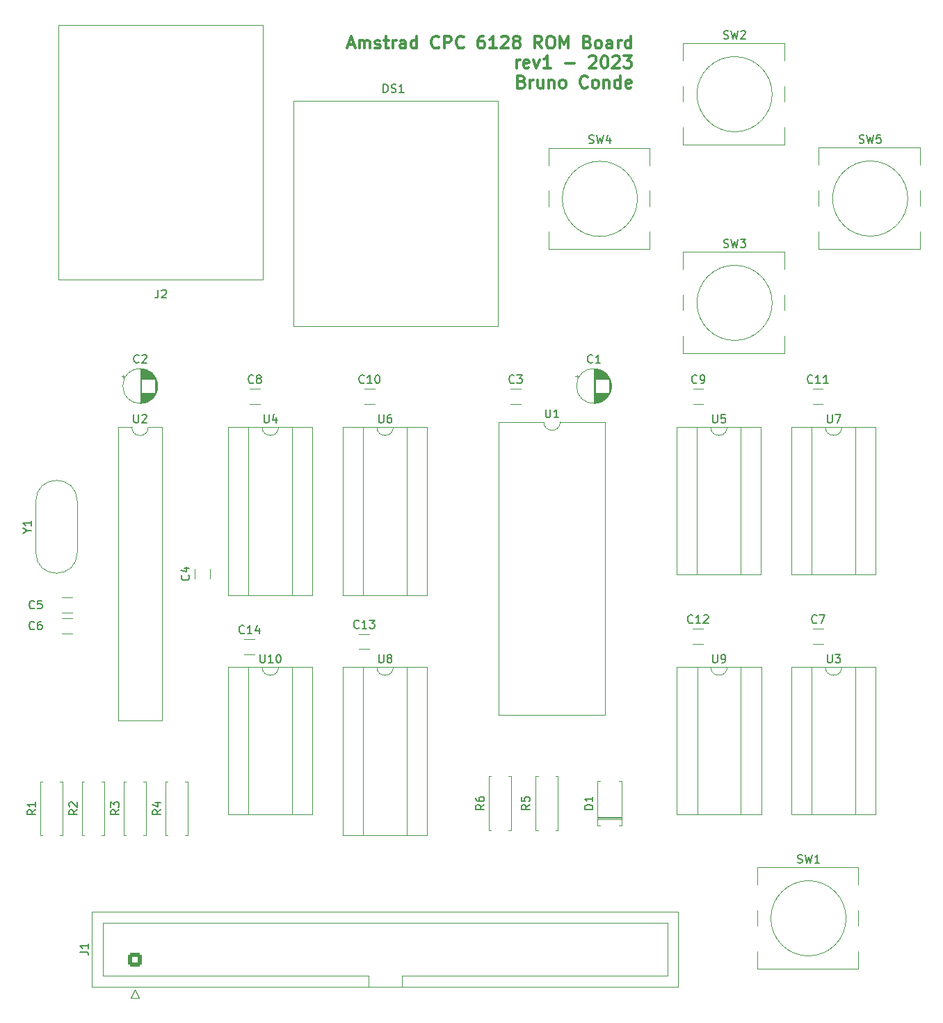
<source format=gto>
G04 #@! TF.GenerationSoftware,KiCad,Pcbnew,(6.0.2-0)*
G04 #@! TF.CreationDate,2023-05-16T15:47:16+01:00*
G04 #@! TF.ProjectId,cpc6128_rom_board,63706336-3132-4385-9f72-6f6d5f626f61,1*
G04 #@! TF.SameCoordinates,Original*
G04 #@! TF.FileFunction,Legend,Top*
G04 #@! TF.FilePolarity,Positive*
%FSLAX46Y46*%
G04 Gerber Fmt 4.6, Leading zero omitted, Abs format (unit mm)*
G04 Created by KiCad (PCBNEW (6.0.2-0)) date 2023-05-16 15:47:16*
%MOMM*%
%LPD*%
G01*
G04 APERTURE LIST*
G04 Aperture macros list*
%AMRoundRect*
0 Rectangle with rounded corners*
0 $1 Rounding radius*
0 $2 $3 $4 $5 $6 $7 $8 $9 X,Y pos of 4 corners*
0 Add a 4 corners polygon primitive as box body*
4,1,4,$2,$3,$4,$5,$6,$7,$8,$9,$2,$3,0*
0 Add four circle primitives for the rounded corners*
1,1,$1+$1,$2,$3*
1,1,$1+$1,$4,$5*
1,1,$1+$1,$6,$7*
1,1,$1+$1,$8,$9*
0 Add four rect primitives between the rounded corners*
20,1,$1+$1,$2,$3,$4,$5,0*
20,1,$1+$1,$4,$5,$6,$7,0*
20,1,$1+$1,$6,$7,$8,$9,0*
20,1,$1+$1,$8,$9,$2,$3,0*%
G04 Aperture macros list end*
%ADD10C,0.300000*%
%ADD11C,0.150000*%
%ADD12C,0.120000*%
%ADD13C,1.600000*%
%ADD14O,3.000000X2.500000*%
%ADD15R,1.600000X1.600000*%
%ADD16O,1.600000X1.600000*%
%ADD17RoundRect,0.250000X0.600000X-0.600000X0.600000X0.600000X-0.600000X0.600000X-0.600000X-0.600000X0*%
%ADD18C,1.700000*%
%ADD19C,1.500000*%
%ADD20R,1.800000X1.800000*%
%ADD21O,1.800000X1.800000*%
%ADD22C,3.000000*%
%ADD23C,1.524000*%
%ADD24R,1.200000X1.200000*%
%ADD25C,1.200000*%
G04 APERTURE END LIST*
D10*
X83129285Y-37205000D02*
X83843571Y-37205000D01*
X82986428Y-37633571D02*
X83486428Y-36133571D01*
X83986428Y-37633571D01*
X84486428Y-37633571D02*
X84486428Y-36633571D01*
X84486428Y-36776428D02*
X84557857Y-36705000D01*
X84700714Y-36633571D01*
X84915000Y-36633571D01*
X85057857Y-36705000D01*
X85129285Y-36847857D01*
X85129285Y-37633571D01*
X85129285Y-36847857D02*
X85200714Y-36705000D01*
X85343571Y-36633571D01*
X85557857Y-36633571D01*
X85700714Y-36705000D01*
X85772142Y-36847857D01*
X85772142Y-37633571D01*
X86415000Y-37562142D02*
X86557857Y-37633571D01*
X86843571Y-37633571D01*
X86986428Y-37562142D01*
X87057857Y-37419285D01*
X87057857Y-37347857D01*
X86986428Y-37205000D01*
X86843571Y-37133571D01*
X86629285Y-37133571D01*
X86486428Y-37062142D01*
X86415000Y-36919285D01*
X86415000Y-36847857D01*
X86486428Y-36705000D01*
X86629285Y-36633571D01*
X86843571Y-36633571D01*
X86986428Y-36705000D01*
X87486428Y-36633571D02*
X88057857Y-36633571D01*
X87700714Y-36133571D02*
X87700714Y-37419285D01*
X87772142Y-37562142D01*
X87915000Y-37633571D01*
X88057857Y-37633571D01*
X88557857Y-37633571D02*
X88557857Y-36633571D01*
X88557857Y-36919285D02*
X88629285Y-36776428D01*
X88700714Y-36705000D01*
X88843571Y-36633571D01*
X88986428Y-36633571D01*
X90129285Y-37633571D02*
X90129285Y-36847857D01*
X90057857Y-36705000D01*
X89915000Y-36633571D01*
X89629285Y-36633571D01*
X89486428Y-36705000D01*
X90129285Y-37562142D02*
X89986428Y-37633571D01*
X89629285Y-37633571D01*
X89486428Y-37562142D01*
X89415000Y-37419285D01*
X89415000Y-37276428D01*
X89486428Y-37133571D01*
X89629285Y-37062142D01*
X89986428Y-37062142D01*
X90129285Y-36990714D01*
X91486428Y-37633571D02*
X91486428Y-36133571D01*
X91486428Y-37562142D02*
X91343571Y-37633571D01*
X91057857Y-37633571D01*
X90915000Y-37562142D01*
X90843571Y-37490714D01*
X90772142Y-37347857D01*
X90772142Y-36919285D01*
X90843571Y-36776428D01*
X90915000Y-36705000D01*
X91057857Y-36633571D01*
X91343571Y-36633571D01*
X91486428Y-36705000D01*
X94200714Y-37490714D02*
X94129285Y-37562142D01*
X93915000Y-37633571D01*
X93772142Y-37633571D01*
X93557857Y-37562142D01*
X93415000Y-37419285D01*
X93343571Y-37276428D01*
X93272142Y-36990714D01*
X93272142Y-36776428D01*
X93343571Y-36490714D01*
X93415000Y-36347857D01*
X93557857Y-36205000D01*
X93772142Y-36133571D01*
X93915000Y-36133571D01*
X94129285Y-36205000D01*
X94200714Y-36276428D01*
X94843571Y-37633571D02*
X94843571Y-36133571D01*
X95415000Y-36133571D01*
X95557857Y-36205000D01*
X95629285Y-36276428D01*
X95700714Y-36419285D01*
X95700714Y-36633571D01*
X95629285Y-36776428D01*
X95557857Y-36847857D01*
X95415000Y-36919285D01*
X94843571Y-36919285D01*
X97200714Y-37490714D02*
X97129285Y-37562142D01*
X96915000Y-37633571D01*
X96772142Y-37633571D01*
X96557857Y-37562142D01*
X96415000Y-37419285D01*
X96343571Y-37276428D01*
X96272142Y-36990714D01*
X96272142Y-36776428D01*
X96343571Y-36490714D01*
X96415000Y-36347857D01*
X96557857Y-36205000D01*
X96772142Y-36133571D01*
X96915000Y-36133571D01*
X97129285Y-36205000D01*
X97200714Y-36276428D01*
X99629285Y-36133571D02*
X99343571Y-36133571D01*
X99200714Y-36205000D01*
X99129285Y-36276428D01*
X98986428Y-36490714D01*
X98915000Y-36776428D01*
X98915000Y-37347857D01*
X98986428Y-37490714D01*
X99057857Y-37562142D01*
X99200714Y-37633571D01*
X99486428Y-37633571D01*
X99629285Y-37562142D01*
X99700714Y-37490714D01*
X99772142Y-37347857D01*
X99772142Y-36990714D01*
X99700714Y-36847857D01*
X99629285Y-36776428D01*
X99486428Y-36705000D01*
X99200714Y-36705000D01*
X99057857Y-36776428D01*
X98986428Y-36847857D01*
X98915000Y-36990714D01*
X101200714Y-37633571D02*
X100343571Y-37633571D01*
X100772142Y-37633571D02*
X100772142Y-36133571D01*
X100629285Y-36347857D01*
X100486428Y-36490714D01*
X100343571Y-36562142D01*
X101772142Y-36276428D02*
X101843571Y-36205000D01*
X101986428Y-36133571D01*
X102343571Y-36133571D01*
X102486428Y-36205000D01*
X102557857Y-36276428D01*
X102629285Y-36419285D01*
X102629285Y-36562142D01*
X102557857Y-36776428D01*
X101700714Y-37633571D01*
X102629285Y-37633571D01*
X103486428Y-36776428D02*
X103343571Y-36705000D01*
X103272142Y-36633571D01*
X103200714Y-36490714D01*
X103200714Y-36419285D01*
X103272142Y-36276428D01*
X103343571Y-36205000D01*
X103486428Y-36133571D01*
X103772142Y-36133571D01*
X103915000Y-36205000D01*
X103986428Y-36276428D01*
X104057857Y-36419285D01*
X104057857Y-36490714D01*
X103986428Y-36633571D01*
X103915000Y-36705000D01*
X103772142Y-36776428D01*
X103486428Y-36776428D01*
X103343571Y-36847857D01*
X103272142Y-36919285D01*
X103200714Y-37062142D01*
X103200714Y-37347857D01*
X103272142Y-37490714D01*
X103343571Y-37562142D01*
X103486428Y-37633571D01*
X103772142Y-37633571D01*
X103915000Y-37562142D01*
X103986428Y-37490714D01*
X104057857Y-37347857D01*
X104057857Y-37062142D01*
X103986428Y-36919285D01*
X103915000Y-36847857D01*
X103772142Y-36776428D01*
X106700714Y-37633571D02*
X106200714Y-36919285D01*
X105843571Y-37633571D02*
X105843571Y-36133571D01*
X106415000Y-36133571D01*
X106557857Y-36205000D01*
X106629285Y-36276428D01*
X106700714Y-36419285D01*
X106700714Y-36633571D01*
X106629285Y-36776428D01*
X106557857Y-36847857D01*
X106415000Y-36919285D01*
X105843571Y-36919285D01*
X107629285Y-36133571D02*
X107915000Y-36133571D01*
X108057857Y-36205000D01*
X108200714Y-36347857D01*
X108272142Y-36633571D01*
X108272142Y-37133571D01*
X108200714Y-37419285D01*
X108057857Y-37562142D01*
X107915000Y-37633571D01*
X107629285Y-37633571D01*
X107486428Y-37562142D01*
X107343571Y-37419285D01*
X107272142Y-37133571D01*
X107272142Y-36633571D01*
X107343571Y-36347857D01*
X107486428Y-36205000D01*
X107629285Y-36133571D01*
X108915000Y-37633571D02*
X108915000Y-36133571D01*
X109415000Y-37205000D01*
X109915000Y-36133571D01*
X109915000Y-37633571D01*
X112272142Y-36847857D02*
X112486428Y-36919285D01*
X112557857Y-36990714D01*
X112629285Y-37133571D01*
X112629285Y-37347857D01*
X112557857Y-37490714D01*
X112486428Y-37562142D01*
X112343571Y-37633571D01*
X111772142Y-37633571D01*
X111772142Y-36133571D01*
X112272142Y-36133571D01*
X112415000Y-36205000D01*
X112486428Y-36276428D01*
X112557857Y-36419285D01*
X112557857Y-36562142D01*
X112486428Y-36705000D01*
X112415000Y-36776428D01*
X112272142Y-36847857D01*
X111772142Y-36847857D01*
X113486428Y-37633571D02*
X113343571Y-37562142D01*
X113272142Y-37490714D01*
X113200714Y-37347857D01*
X113200714Y-36919285D01*
X113272142Y-36776428D01*
X113343571Y-36705000D01*
X113486428Y-36633571D01*
X113700714Y-36633571D01*
X113843571Y-36705000D01*
X113915000Y-36776428D01*
X113986428Y-36919285D01*
X113986428Y-37347857D01*
X113915000Y-37490714D01*
X113843571Y-37562142D01*
X113700714Y-37633571D01*
X113486428Y-37633571D01*
X115272142Y-37633571D02*
X115272142Y-36847857D01*
X115200714Y-36705000D01*
X115057857Y-36633571D01*
X114772142Y-36633571D01*
X114629285Y-36705000D01*
X115272142Y-37562142D02*
X115129285Y-37633571D01*
X114772142Y-37633571D01*
X114629285Y-37562142D01*
X114557857Y-37419285D01*
X114557857Y-37276428D01*
X114629285Y-37133571D01*
X114772142Y-37062142D01*
X115129285Y-37062142D01*
X115272142Y-36990714D01*
X115986428Y-37633571D02*
X115986428Y-36633571D01*
X115986428Y-36919285D02*
X116057857Y-36776428D01*
X116129285Y-36705000D01*
X116272142Y-36633571D01*
X116415000Y-36633571D01*
X117557857Y-37633571D02*
X117557857Y-36133571D01*
X117557857Y-37562142D02*
X117415000Y-37633571D01*
X117129285Y-37633571D01*
X116986428Y-37562142D01*
X116915000Y-37490714D01*
X116843571Y-37347857D01*
X116843571Y-36919285D01*
X116915000Y-36776428D01*
X116986428Y-36705000D01*
X117129285Y-36633571D01*
X117415000Y-36633571D01*
X117557857Y-36705000D01*
X103629285Y-40048571D02*
X103629285Y-39048571D01*
X103629285Y-39334285D02*
X103700714Y-39191428D01*
X103772142Y-39120000D01*
X103915000Y-39048571D01*
X104057857Y-39048571D01*
X105129285Y-39977142D02*
X104986428Y-40048571D01*
X104700714Y-40048571D01*
X104557857Y-39977142D01*
X104486428Y-39834285D01*
X104486428Y-39262857D01*
X104557857Y-39120000D01*
X104700714Y-39048571D01*
X104986428Y-39048571D01*
X105129285Y-39120000D01*
X105200714Y-39262857D01*
X105200714Y-39405714D01*
X104486428Y-39548571D01*
X105700714Y-39048571D02*
X106057857Y-40048571D01*
X106415000Y-39048571D01*
X107772142Y-40048571D02*
X106915000Y-40048571D01*
X107343571Y-40048571D02*
X107343571Y-38548571D01*
X107200714Y-38762857D01*
X107057857Y-38905714D01*
X106915000Y-38977142D01*
X109557857Y-39477142D02*
X110700714Y-39477142D01*
X112486428Y-38691428D02*
X112557857Y-38620000D01*
X112700714Y-38548571D01*
X113057857Y-38548571D01*
X113200714Y-38620000D01*
X113272142Y-38691428D01*
X113343571Y-38834285D01*
X113343571Y-38977142D01*
X113272142Y-39191428D01*
X112415000Y-40048571D01*
X113343571Y-40048571D01*
X114272142Y-38548571D02*
X114415000Y-38548571D01*
X114557857Y-38620000D01*
X114629285Y-38691428D01*
X114700714Y-38834285D01*
X114772142Y-39120000D01*
X114772142Y-39477142D01*
X114700714Y-39762857D01*
X114629285Y-39905714D01*
X114557857Y-39977142D01*
X114415000Y-40048571D01*
X114272142Y-40048571D01*
X114129285Y-39977142D01*
X114057857Y-39905714D01*
X113986428Y-39762857D01*
X113915000Y-39477142D01*
X113915000Y-39120000D01*
X113986428Y-38834285D01*
X114057857Y-38691428D01*
X114129285Y-38620000D01*
X114272142Y-38548571D01*
X115343571Y-38691428D02*
X115415000Y-38620000D01*
X115557857Y-38548571D01*
X115915000Y-38548571D01*
X116057857Y-38620000D01*
X116129285Y-38691428D01*
X116200714Y-38834285D01*
X116200714Y-38977142D01*
X116129285Y-39191428D01*
X115272142Y-40048571D01*
X116200714Y-40048571D01*
X116700714Y-38548571D02*
X117629285Y-38548571D01*
X117129285Y-39120000D01*
X117343571Y-39120000D01*
X117486428Y-39191428D01*
X117557857Y-39262857D01*
X117629285Y-39405714D01*
X117629285Y-39762857D01*
X117557857Y-39905714D01*
X117486428Y-39977142D01*
X117343571Y-40048571D01*
X116915000Y-40048571D01*
X116772142Y-39977142D01*
X116700714Y-39905714D01*
X104272142Y-41677857D02*
X104486428Y-41749285D01*
X104557857Y-41820714D01*
X104629285Y-41963571D01*
X104629285Y-42177857D01*
X104557857Y-42320714D01*
X104486428Y-42392142D01*
X104343571Y-42463571D01*
X103772142Y-42463571D01*
X103772142Y-40963571D01*
X104272142Y-40963571D01*
X104415000Y-41035000D01*
X104486428Y-41106428D01*
X104557857Y-41249285D01*
X104557857Y-41392142D01*
X104486428Y-41535000D01*
X104415000Y-41606428D01*
X104272142Y-41677857D01*
X103772142Y-41677857D01*
X105272142Y-42463571D02*
X105272142Y-41463571D01*
X105272142Y-41749285D02*
X105343571Y-41606428D01*
X105415000Y-41535000D01*
X105557857Y-41463571D01*
X105700714Y-41463571D01*
X106843571Y-41463571D02*
X106843571Y-42463571D01*
X106200714Y-41463571D02*
X106200714Y-42249285D01*
X106272142Y-42392142D01*
X106415000Y-42463571D01*
X106629285Y-42463571D01*
X106772142Y-42392142D01*
X106843571Y-42320714D01*
X107557857Y-41463571D02*
X107557857Y-42463571D01*
X107557857Y-41606428D02*
X107629285Y-41535000D01*
X107772142Y-41463571D01*
X107986428Y-41463571D01*
X108129285Y-41535000D01*
X108200714Y-41677857D01*
X108200714Y-42463571D01*
X109129285Y-42463571D02*
X108986428Y-42392142D01*
X108915000Y-42320714D01*
X108843571Y-42177857D01*
X108843571Y-41749285D01*
X108915000Y-41606428D01*
X108986428Y-41535000D01*
X109129285Y-41463571D01*
X109343571Y-41463571D01*
X109486428Y-41535000D01*
X109557857Y-41606428D01*
X109629285Y-41749285D01*
X109629285Y-42177857D01*
X109557857Y-42320714D01*
X109486428Y-42392142D01*
X109343571Y-42463571D01*
X109129285Y-42463571D01*
X112272142Y-42320714D02*
X112200714Y-42392142D01*
X111986428Y-42463571D01*
X111843571Y-42463571D01*
X111629285Y-42392142D01*
X111486428Y-42249285D01*
X111415000Y-42106428D01*
X111343571Y-41820714D01*
X111343571Y-41606428D01*
X111415000Y-41320714D01*
X111486428Y-41177857D01*
X111629285Y-41035000D01*
X111843571Y-40963571D01*
X111986428Y-40963571D01*
X112200714Y-41035000D01*
X112272142Y-41106428D01*
X113129285Y-42463571D02*
X112986428Y-42392142D01*
X112915000Y-42320714D01*
X112843571Y-42177857D01*
X112843571Y-41749285D01*
X112915000Y-41606428D01*
X112986428Y-41535000D01*
X113129285Y-41463571D01*
X113343571Y-41463571D01*
X113486428Y-41535000D01*
X113557857Y-41606428D01*
X113629285Y-41749285D01*
X113629285Y-42177857D01*
X113557857Y-42320714D01*
X113486428Y-42392142D01*
X113343571Y-42463571D01*
X113129285Y-42463571D01*
X114272142Y-41463571D02*
X114272142Y-42463571D01*
X114272142Y-41606428D02*
X114343571Y-41535000D01*
X114486428Y-41463571D01*
X114700714Y-41463571D01*
X114843571Y-41535000D01*
X114915000Y-41677857D01*
X114915000Y-42463571D01*
X116272142Y-42463571D02*
X116272142Y-40963571D01*
X116272142Y-42392142D02*
X116129285Y-42463571D01*
X115843571Y-42463571D01*
X115700714Y-42392142D01*
X115629285Y-42320714D01*
X115557857Y-42177857D01*
X115557857Y-41749285D01*
X115629285Y-41606428D01*
X115700714Y-41535000D01*
X115843571Y-41463571D01*
X116129285Y-41463571D01*
X116272142Y-41535000D01*
X117557857Y-42392142D02*
X117415000Y-42463571D01*
X117129285Y-42463571D01*
X116986428Y-42392142D01*
X116915000Y-42249285D01*
X116915000Y-41677857D01*
X116986428Y-41535000D01*
X117129285Y-41463571D01*
X117415000Y-41463571D01*
X117557857Y-41535000D01*
X117629285Y-41677857D01*
X117629285Y-41820714D01*
X116915000Y-41963571D01*
D11*
X70477142Y-108797142D02*
X70429523Y-108844761D01*
X70286666Y-108892380D01*
X70191428Y-108892380D01*
X70048571Y-108844761D01*
X69953333Y-108749523D01*
X69905714Y-108654285D01*
X69858095Y-108463809D01*
X69858095Y-108320952D01*
X69905714Y-108130476D01*
X69953333Y-108035238D01*
X70048571Y-107940000D01*
X70191428Y-107892380D01*
X70286666Y-107892380D01*
X70429523Y-107940000D01*
X70477142Y-107987619D01*
X71429523Y-108892380D02*
X70858095Y-108892380D01*
X71143809Y-108892380D02*
X71143809Y-107892380D01*
X71048571Y-108035238D01*
X70953333Y-108130476D01*
X70858095Y-108178095D01*
X72286666Y-108225714D02*
X72286666Y-108892380D01*
X72048571Y-107844761D02*
X71810476Y-108559047D01*
X72429523Y-108559047D01*
X112441666Y-49164761D02*
X112584523Y-49212380D01*
X112822619Y-49212380D01*
X112917857Y-49164761D01*
X112965476Y-49117142D01*
X113013095Y-49021904D01*
X113013095Y-48926666D01*
X112965476Y-48831428D01*
X112917857Y-48783809D01*
X112822619Y-48736190D01*
X112632142Y-48688571D01*
X112536904Y-48640952D01*
X112489285Y-48593333D01*
X112441666Y-48498095D01*
X112441666Y-48402857D01*
X112489285Y-48307619D01*
X112536904Y-48260000D01*
X112632142Y-48212380D01*
X112870238Y-48212380D01*
X113013095Y-48260000D01*
X113346428Y-48212380D02*
X113584523Y-49212380D01*
X113775000Y-48498095D01*
X113965476Y-49212380D01*
X114203571Y-48212380D01*
X115013095Y-48545714D02*
X115013095Y-49212380D01*
X114775000Y-48164761D02*
X114536904Y-48879047D01*
X115155952Y-48879047D01*
X86868095Y-111422380D02*
X86868095Y-112231904D01*
X86915714Y-112327142D01*
X86963333Y-112374761D01*
X87058571Y-112422380D01*
X87249047Y-112422380D01*
X87344285Y-112374761D01*
X87391904Y-112327142D01*
X87439523Y-112231904D01*
X87439523Y-111422380D01*
X88058571Y-111850952D02*
X87963333Y-111803333D01*
X87915714Y-111755714D01*
X87868095Y-111660476D01*
X87868095Y-111612857D01*
X87915714Y-111517619D01*
X87963333Y-111470000D01*
X88058571Y-111422380D01*
X88249047Y-111422380D01*
X88344285Y-111470000D01*
X88391904Y-111517619D01*
X88439523Y-111612857D01*
X88439523Y-111660476D01*
X88391904Y-111755714D01*
X88344285Y-111803333D01*
X88249047Y-111850952D01*
X88058571Y-111850952D01*
X87963333Y-111898571D01*
X87915714Y-111946190D01*
X87868095Y-112041428D01*
X87868095Y-112231904D01*
X87915714Y-112327142D01*
X87963333Y-112374761D01*
X88058571Y-112422380D01*
X88249047Y-112422380D01*
X88344285Y-112374761D01*
X88391904Y-112327142D01*
X88439523Y-112231904D01*
X88439523Y-112041428D01*
X88391904Y-111946190D01*
X88344285Y-111898571D01*
X88249047Y-111850952D01*
X137841666Y-136754761D02*
X137984523Y-136802380D01*
X138222619Y-136802380D01*
X138317857Y-136754761D01*
X138365476Y-136707142D01*
X138413095Y-136611904D01*
X138413095Y-136516666D01*
X138365476Y-136421428D01*
X138317857Y-136373809D01*
X138222619Y-136326190D01*
X138032142Y-136278571D01*
X137936904Y-136230952D01*
X137889285Y-136183333D01*
X137841666Y-136088095D01*
X137841666Y-135992857D01*
X137889285Y-135897619D01*
X137936904Y-135850000D01*
X138032142Y-135802380D01*
X138270238Y-135802380D01*
X138413095Y-135850000D01*
X138746428Y-135802380D02*
X138984523Y-136802380D01*
X139175000Y-136088095D01*
X139365476Y-136802380D01*
X139603571Y-135802380D01*
X140508333Y-136802380D02*
X139936904Y-136802380D01*
X140222619Y-136802380D02*
X140222619Y-135802380D01*
X140127380Y-135945238D01*
X140032142Y-136040476D01*
X139936904Y-136088095D01*
X50152380Y-130341666D02*
X49676190Y-130675000D01*
X50152380Y-130913095D02*
X49152380Y-130913095D01*
X49152380Y-130532142D01*
X49200000Y-130436904D01*
X49247619Y-130389285D01*
X49342857Y-130341666D01*
X49485714Y-130341666D01*
X49580952Y-130389285D01*
X49628571Y-130436904D01*
X49676190Y-130532142D01*
X49676190Y-130913095D01*
X49247619Y-129960714D02*
X49200000Y-129913095D01*
X49152380Y-129817857D01*
X49152380Y-129579761D01*
X49200000Y-129484523D01*
X49247619Y-129436904D01*
X49342857Y-129389285D01*
X49438095Y-129389285D01*
X49580952Y-129436904D01*
X50152380Y-130008333D01*
X50152380Y-129389285D01*
X50502380Y-147653333D02*
X51216666Y-147653333D01*
X51359523Y-147700952D01*
X51454761Y-147796190D01*
X51502380Y-147939047D01*
X51502380Y-148034285D01*
X51502380Y-146653333D02*
X51502380Y-147224761D01*
X51502380Y-146939047D02*
X50502380Y-146939047D01*
X50645238Y-147034285D01*
X50740476Y-147129523D01*
X50788095Y-147224761D01*
X60312380Y-130341666D02*
X59836190Y-130675000D01*
X60312380Y-130913095D02*
X59312380Y-130913095D01*
X59312380Y-130532142D01*
X59360000Y-130436904D01*
X59407619Y-130389285D01*
X59502857Y-130341666D01*
X59645714Y-130341666D01*
X59740952Y-130389285D01*
X59788571Y-130436904D01*
X59836190Y-130532142D01*
X59836190Y-130913095D01*
X59645714Y-129484523D02*
X60312380Y-129484523D01*
X59264761Y-129722619D02*
X59979047Y-129960714D01*
X59979047Y-129341666D01*
X71588333Y-78317142D02*
X71540714Y-78364761D01*
X71397857Y-78412380D01*
X71302619Y-78412380D01*
X71159761Y-78364761D01*
X71064523Y-78269523D01*
X71016904Y-78174285D01*
X70969285Y-77983809D01*
X70969285Y-77840952D01*
X71016904Y-77650476D01*
X71064523Y-77555238D01*
X71159761Y-77460000D01*
X71302619Y-77412380D01*
X71397857Y-77412380D01*
X71540714Y-77460000D01*
X71588333Y-77507619D01*
X72159761Y-77840952D02*
X72064523Y-77793333D01*
X72016904Y-77745714D01*
X71969285Y-77650476D01*
X71969285Y-77602857D01*
X72016904Y-77507619D01*
X72064523Y-77460000D01*
X72159761Y-77412380D01*
X72350238Y-77412380D01*
X72445476Y-77460000D01*
X72493095Y-77507619D01*
X72540714Y-77602857D01*
X72540714Y-77650476D01*
X72493095Y-77745714D01*
X72445476Y-77793333D01*
X72350238Y-77840952D01*
X72159761Y-77840952D01*
X72064523Y-77888571D01*
X72016904Y-77936190D01*
X71969285Y-78031428D01*
X71969285Y-78221904D01*
X72016904Y-78317142D01*
X72064523Y-78364761D01*
X72159761Y-78412380D01*
X72350238Y-78412380D01*
X72445476Y-78364761D01*
X72493095Y-78317142D01*
X72540714Y-78221904D01*
X72540714Y-78031428D01*
X72493095Y-77936190D01*
X72445476Y-77888571D01*
X72350238Y-77840952D01*
X86868095Y-82212380D02*
X86868095Y-83021904D01*
X86915714Y-83117142D01*
X86963333Y-83164761D01*
X87058571Y-83212380D01*
X87249047Y-83212380D01*
X87344285Y-83164761D01*
X87391904Y-83117142D01*
X87439523Y-83021904D01*
X87439523Y-82212380D01*
X88344285Y-82212380D02*
X88153809Y-82212380D01*
X88058571Y-82260000D01*
X88010952Y-82307619D01*
X87915714Y-82450476D01*
X87868095Y-82640952D01*
X87868095Y-83021904D01*
X87915714Y-83117142D01*
X87963333Y-83164761D01*
X88058571Y-83212380D01*
X88249047Y-83212380D01*
X88344285Y-83164761D01*
X88391904Y-83117142D01*
X88439523Y-83021904D01*
X88439523Y-82783809D01*
X88391904Y-82688571D01*
X88344285Y-82640952D01*
X88249047Y-82593333D01*
X88058571Y-82593333D01*
X87963333Y-82640952D01*
X87915714Y-82688571D01*
X87868095Y-82783809D01*
X45072380Y-130341666D02*
X44596190Y-130675000D01*
X45072380Y-130913095D02*
X44072380Y-130913095D01*
X44072380Y-130532142D01*
X44120000Y-130436904D01*
X44167619Y-130389285D01*
X44262857Y-130341666D01*
X44405714Y-130341666D01*
X44500952Y-130389285D01*
X44548571Y-130436904D01*
X44596190Y-130532142D01*
X44596190Y-130913095D01*
X45072380Y-129389285D02*
X45072380Y-129960714D01*
X45072380Y-129675000D02*
X44072380Y-129675000D01*
X44215238Y-129770238D01*
X44310476Y-129865476D01*
X44358095Y-129960714D01*
X44076190Y-96361190D02*
X44552380Y-96361190D01*
X43552380Y-96694523D02*
X44076190Y-96361190D01*
X43552380Y-96027857D01*
X44552380Y-95170714D02*
X44552380Y-95742142D01*
X44552380Y-95456428D02*
X43552380Y-95456428D01*
X43695238Y-95551666D01*
X43790476Y-95646904D01*
X43838095Y-95742142D01*
X85082142Y-78317142D02*
X85034523Y-78364761D01*
X84891666Y-78412380D01*
X84796428Y-78412380D01*
X84653571Y-78364761D01*
X84558333Y-78269523D01*
X84510714Y-78174285D01*
X84463095Y-77983809D01*
X84463095Y-77840952D01*
X84510714Y-77650476D01*
X84558333Y-77555238D01*
X84653571Y-77460000D01*
X84796428Y-77412380D01*
X84891666Y-77412380D01*
X85034523Y-77460000D01*
X85082142Y-77507619D01*
X86034523Y-78412380D02*
X85463095Y-78412380D01*
X85748809Y-78412380D02*
X85748809Y-77412380D01*
X85653571Y-77555238D01*
X85558333Y-77650476D01*
X85463095Y-77698095D01*
X86653571Y-77412380D02*
X86748809Y-77412380D01*
X86844047Y-77460000D01*
X86891666Y-77507619D01*
X86939285Y-77602857D01*
X86986904Y-77793333D01*
X86986904Y-78031428D01*
X86939285Y-78221904D01*
X86891666Y-78317142D01*
X86844047Y-78364761D01*
X86748809Y-78412380D01*
X86653571Y-78412380D01*
X86558333Y-78364761D01*
X86510714Y-78317142D01*
X86463095Y-78221904D01*
X86415476Y-78031428D01*
X86415476Y-77793333D01*
X86463095Y-77602857D01*
X86510714Y-77507619D01*
X86558333Y-77460000D01*
X86653571Y-77412380D01*
X72898095Y-82212380D02*
X72898095Y-83021904D01*
X72945714Y-83117142D01*
X72993333Y-83164761D01*
X73088571Y-83212380D01*
X73279047Y-83212380D01*
X73374285Y-83164761D01*
X73421904Y-83117142D01*
X73469523Y-83021904D01*
X73469523Y-82212380D01*
X74374285Y-82545714D02*
X74374285Y-83212380D01*
X74136190Y-82164761D02*
X73898095Y-82879047D01*
X74517142Y-82879047D01*
X112917380Y-130278095D02*
X111917380Y-130278095D01*
X111917380Y-130040000D01*
X111965000Y-129897142D01*
X112060238Y-129801904D01*
X112155476Y-129754285D01*
X112345952Y-129706666D01*
X112488809Y-129706666D01*
X112679285Y-129754285D01*
X112774523Y-129801904D01*
X112869761Y-129897142D01*
X112917380Y-130040000D01*
X112917380Y-130278095D01*
X112917380Y-128754285D02*
X112917380Y-129325714D01*
X112917380Y-129040000D02*
X111917380Y-129040000D01*
X112060238Y-129135238D01*
X112155476Y-129230476D01*
X112203095Y-129325714D01*
X128841666Y-36424761D02*
X128984523Y-36472380D01*
X129222619Y-36472380D01*
X129317857Y-36424761D01*
X129365476Y-36377142D01*
X129413095Y-36281904D01*
X129413095Y-36186666D01*
X129365476Y-36091428D01*
X129317857Y-36043809D01*
X129222619Y-35996190D01*
X129032142Y-35948571D01*
X128936904Y-35900952D01*
X128889285Y-35853333D01*
X128841666Y-35758095D01*
X128841666Y-35662857D01*
X128889285Y-35567619D01*
X128936904Y-35520000D01*
X129032142Y-35472380D01*
X129270238Y-35472380D01*
X129413095Y-35520000D01*
X129746428Y-35472380D02*
X129984523Y-36472380D01*
X130175000Y-35758095D01*
X130365476Y-36472380D01*
X130603571Y-35472380D01*
X130936904Y-35567619D02*
X130984523Y-35520000D01*
X131079761Y-35472380D01*
X131317857Y-35472380D01*
X131413095Y-35520000D01*
X131460714Y-35567619D01*
X131508333Y-35662857D01*
X131508333Y-35758095D01*
X131460714Y-35900952D01*
X130889285Y-36472380D01*
X131508333Y-36472380D01*
X84447142Y-108162142D02*
X84399523Y-108209761D01*
X84256666Y-108257380D01*
X84161428Y-108257380D01*
X84018571Y-108209761D01*
X83923333Y-108114523D01*
X83875714Y-108019285D01*
X83828095Y-107828809D01*
X83828095Y-107685952D01*
X83875714Y-107495476D01*
X83923333Y-107400238D01*
X84018571Y-107305000D01*
X84161428Y-107257380D01*
X84256666Y-107257380D01*
X84399523Y-107305000D01*
X84447142Y-107352619D01*
X85399523Y-108257380D02*
X84828095Y-108257380D01*
X85113809Y-108257380D02*
X85113809Y-107257380D01*
X85018571Y-107400238D01*
X84923333Y-107495476D01*
X84828095Y-107543095D01*
X85732857Y-107257380D02*
X86351904Y-107257380D01*
X86018571Y-107638333D01*
X86161428Y-107638333D01*
X86256666Y-107685952D01*
X86304285Y-107733571D01*
X86351904Y-107828809D01*
X86351904Y-108066904D01*
X86304285Y-108162142D01*
X86256666Y-108209761D01*
X86161428Y-108257380D01*
X85875714Y-108257380D01*
X85780476Y-108209761D01*
X85732857Y-108162142D01*
X44918333Y-105767142D02*
X44870714Y-105814761D01*
X44727857Y-105862380D01*
X44632619Y-105862380D01*
X44489761Y-105814761D01*
X44394523Y-105719523D01*
X44346904Y-105624285D01*
X44299285Y-105433809D01*
X44299285Y-105290952D01*
X44346904Y-105100476D01*
X44394523Y-105005238D01*
X44489761Y-104910000D01*
X44632619Y-104862380D01*
X44727857Y-104862380D01*
X44870714Y-104910000D01*
X44918333Y-104957619D01*
X45823095Y-104862380D02*
X45346904Y-104862380D01*
X45299285Y-105338571D01*
X45346904Y-105290952D01*
X45442142Y-105243333D01*
X45680238Y-105243333D01*
X45775476Y-105290952D01*
X45823095Y-105338571D01*
X45870714Y-105433809D01*
X45870714Y-105671904D01*
X45823095Y-105767142D01*
X45775476Y-105814761D01*
X45680238Y-105862380D01*
X45442142Y-105862380D01*
X45346904Y-105814761D01*
X45299285Y-105767142D01*
X44918333Y-108307142D02*
X44870714Y-108354761D01*
X44727857Y-108402380D01*
X44632619Y-108402380D01*
X44489761Y-108354761D01*
X44394523Y-108259523D01*
X44346904Y-108164285D01*
X44299285Y-107973809D01*
X44299285Y-107830952D01*
X44346904Y-107640476D01*
X44394523Y-107545238D01*
X44489761Y-107450000D01*
X44632619Y-107402380D01*
X44727857Y-107402380D01*
X44870714Y-107450000D01*
X44918333Y-107497619D01*
X45775476Y-107402380D02*
X45585000Y-107402380D01*
X45489761Y-107450000D01*
X45442142Y-107497619D01*
X45346904Y-107640476D01*
X45299285Y-107830952D01*
X45299285Y-108211904D01*
X45346904Y-108307142D01*
X45394523Y-108354761D01*
X45489761Y-108402380D01*
X45680238Y-108402380D01*
X45775476Y-108354761D01*
X45823095Y-108307142D01*
X45870714Y-108211904D01*
X45870714Y-107973809D01*
X45823095Y-107878571D01*
X45775476Y-107830952D01*
X45680238Y-107783333D01*
X45489761Y-107783333D01*
X45394523Y-107830952D01*
X45346904Y-107878571D01*
X45299285Y-107973809D01*
X57033095Y-82222380D02*
X57033095Y-83031904D01*
X57080714Y-83127142D01*
X57128333Y-83174761D01*
X57223571Y-83222380D01*
X57414047Y-83222380D01*
X57509285Y-83174761D01*
X57556904Y-83127142D01*
X57604523Y-83031904D01*
X57604523Y-82222380D01*
X58033095Y-82317619D02*
X58080714Y-82270000D01*
X58175952Y-82222380D01*
X58414047Y-82222380D01*
X58509285Y-82270000D01*
X58556904Y-82317619D01*
X58604523Y-82412857D01*
X58604523Y-82508095D01*
X58556904Y-82650952D01*
X57985476Y-83222380D01*
X58604523Y-83222380D01*
X141478095Y-111422380D02*
X141478095Y-112231904D01*
X141525714Y-112327142D01*
X141573333Y-112374761D01*
X141668571Y-112422380D01*
X141859047Y-112422380D01*
X141954285Y-112374761D01*
X142001904Y-112327142D01*
X142049523Y-112231904D01*
X142049523Y-111422380D01*
X142430476Y-111422380D02*
X143049523Y-111422380D01*
X142716190Y-111803333D01*
X142859047Y-111803333D01*
X142954285Y-111850952D01*
X143001904Y-111898571D01*
X143049523Y-111993809D01*
X143049523Y-112231904D01*
X143001904Y-112327142D01*
X142954285Y-112374761D01*
X142859047Y-112422380D01*
X142573333Y-112422380D01*
X142478095Y-112374761D01*
X142430476Y-112327142D01*
X105227380Y-129706666D02*
X104751190Y-130040000D01*
X105227380Y-130278095D02*
X104227380Y-130278095D01*
X104227380Y-129897142D01*
X104275000Y-129801904D01*
X104322619Y-129754285D01*
X104417857Y-129706666D01*
X104560714Y-129706666D01*
X104655952Y-129754285D01*
X104703571Y-129801904D01*
X104751190Y-129897142D01*
X104751190Y-130278095D01*
X104227380Y-128801904D02*
X104227380Y-129278095D01*
X104703571Y-129325714D01*
X104655952Y-129278095D01*
X104608333Y-129182857D01*
X104608333Y-128944761D01*
X104655952Y-128849523D01*
X104703571Y-128801904D01*
X104798809Y-128754285D01*
X105036904Y-128754285D01*
X105132142Y-128801904D01*
X105179761Y-128849523D01*
X105227380Y-128944761D01*
X105227380Y-129182857D01*
X105179761Y-129278095D01*
X105132142Y-129325714D01*
X103338333Y-78317142D02*
X103290714Y-78364761D01*
X103147857Y-78412380D01*
X103052619Y-78412380D01*
X102909761Y-78364761D01*
X102814523Y-78269523D01*
X102766904Y-78174285D01*
X102719285Y-77983809D01*
X102719285Y-77840952D01*
X102766904Y-77650476D01*
X102814523Y-77555238D01*
X102909761Y-77460000D01*
X103052619Y-77412380D01*
X103147857Y-77412380D01*
X103290714Y-77460000D01*
X103338333Y-77507619D01*
X103671666Y-77412380D02*
X104290714Y-77412380D01*
X103957380Y-77793333D01*
X104100238Y-77793333D01*
X104195476Y-77840952D01*
X104243095Y-77888571D01*
X104290714Y-77983809D01*
X104290714Y-78221904D01*
X104243095Y-78317142D01*
X104195476Y-78364761D01*
X104100238Y-78412380D01*
X103814523Y-78412380D01*
X103719285Y-78364761D01*
X103671666Y-78317142D01*
X141478095Y-82212380D02*
X141478095Y-83021904D01*
X141525714Y-83117142D01*
X141573333Y-83164761D01*
X141668571Y-83212380D01*
X141859047Y-83212380D01*
X141954285Y-83164761D01*
X142001904Y-83117142D01*
X142049523Y-83021904D01*
X142049523Y-82212380D01*
X142430476Y-82212380D02*
X143097142Y-82212380D01*
X142668571Y-83212380D01*
X125087142Y-107527142D02*
X125039523Y-107574761D01*
X124896666Y-107622380D01*
X124801428Y-107622380D01*
X124658571Y-107574761D01*
X124563333Y-107479523D01*
X124515714Y-107384285D01*
X124468095Y-107193809D01*
X124468095Y-107050952D01*
X124515714Y-106860476D01*
X124563333Y-106765238D01*
X124658571Y-106670000D01*
X124801428Y-106622380D01*
X124896666Y-106622380D01*
X125039523Y-106670000D01*
X125087142Y-106717619D01*
X126039523Y-107622380D02*
X125468095Y-107622380D01*
X125753809Y-107622380D02*
X125753809Y-106622380D01*
X125658571Y-106765238D01*
X125563333Y-106860476D01*
X125468095Y-106908095D01*
X126420476Y-106717619D02*
X126468095Y-106670000D01*
X126563333Y-106622380D01*
X126801428Y-106622380D01*
X126896666Y-106670000D01*
X126944285Y-106717619D01*
X126991904Y-106812857D01*
X126991904Y-106908095D01*
X126944285Y-107050952D01*
X126372857Y-107622380D01*
X126991904Y-107622380D01*
X107183095Y-81587380D02*
X107183095Y-82396904D01*
X107230714Y-82492142D01*
X107278333Y-82539761D01*
X107373571Y-82587380D01*
X107564047Y-82587380D01*
X107659285Y-82539761D01*
X107706904Y-82492142D01*
X107754523Y-82396904D01*
X107754523Y-81587380D01*
X108754523Y-82587380D02*
X108183095Y-82587380D01*
X108468809Y-82587380D02*
X108468809Y-81587380D01*
X108373571Y-81730238D01*
X108278333Y-81825476D01*
X108183095Y-81873095D01*
X59991666Y-67016380D02*
X59991666Y-67730666D01*
X59944047Y-67873523D01*
X59848809Y-67968761D01*
X59705952Y-68016380D01*
X59610714Y-68016380D01*
X60420238Y-67111619D02*
X60467857Y-67064000D01*
X60563095Y-67016380D01*
X60801190Y-67016380D01*
X60896428Y-67064000D01*
X60944047Y-67111619D01*
X60991666Y-67206857D01*
X60991666Y-67302095D01*
X60944047Y-67444952D01*
X60372619Y-68016380D01*
X60991666Y-68016380D01*
X72421904Y-111422380D02*
X72421904Y-112231904D01*
X72469523Y-112327142D01*
X72517142Y-112374761D01*
X72612380Y-112422380D01*
X72802857Y-112422380D01*
X72898095Y-112374761D01*
X72945714Y-112327142D01*
X72993333Y-112231904D01*
X72993333Y-111422380D01*
X73993333Y-112422380D02*
X73421904Y-112422380D01*
X73707619Y-112422380D02*
X73707619Y-111422380D01*
X73612380Y-111565238D01*
X73517142Y-111660476D01*
X73421904Y-111708095D01*
X74612380Y-111422380D02*
X74707619Y-111422380D01*
X74802857Y-111470000D01*
X74850476Y-111517619D01*
X74898095Y-111612857D01*
X74945714Y-111803333D01*
X74945714Y-112041428D01*
X74898095Y-112231904D01*
X74850476Y-112327142D01*
X74802857Y-112374761D01*
X74707619Y-112422380D01*
X74612380Y-112422380D01*
X74517142Y-112374761D01*
X74469523Y-112327142D01*
X74421904Y-112231904D01*
X74374285Y-112041428D01*
X74374285Y-111803333D01*
X74421904Y-111612857D01*
X74469523Y-111517619D01*
X74517142Y-111470000D01*
X74612380Y-111422380D01*
X112890733Y-75847142D02*
X112843114Y-75894761D01*
X112700257Y-75942380D01*
X112605019Y-75942380D01*
X112462161Y-75894761D01*
X112366923Y-75799523D01*
X112319304Y-75704285D01*
X112271685Y-75513809D01*
X112271685Y-75370952D01*
X112319304Y-75180476D01*
X112366923Y-75085238D01*
X112462161Y-74990000D01*
X112605019Y-74942380D01*
X112700257Y-74942380D01*
X112843114Y-74990000D01*
X112890733Y-75037619D01*
X113843114Y-75942380D02*
X113271685Y-75942380D01*
X113557400Y-75942380D02*
X113557400Y-74942380D01*
X113462161Y-75085238D01*
X113366923Y-75180476D01*
X113271685Y-75228095D01*
X127518095Y-111417380D02*
X127518095Y-112226904D01*
X127565714Y-112322142D01*
X127613333Y-112369761D01*
X127708571Y-112417380D01*
X127899047Y-112417380D01*
X127994285Y-112369761D01*
X128041904Y-112322142D01*
X128089523Y-112226904D01*
X128089523Y-111417380D01*
X128613333Y-112417380D02*
X128803809Y-112417380D01*
X128899047Y-112369761D01*
X128946666Y-112322142D01*
X129041904Y-112179285D01*
X129089523Y-111988809D01*
X129089523Y-111607857D01*
X129041904Y-111512619D01*
X128994285Y-111465000D01*
X128899047Y-111417380D01*
X128708571Y-111417380D01*
X128613333Y-111465000D01*
X128565714Y-111512619D01*
X128518095Y-111607857D01*
X128518095Y-111845952D01*
X128565714Y-111941190D01*
X128613333Y-111988809D01*
X128708571Y-112036428D01*
X128899047Y-112036428D01*
X128994285Y-111988809D01*
X129041904Y-111941190D01*
X129089523Y-111845952D01*
X87431714Y-42997380D02*
X87431714Y-41997380D01*
X87669809Y-41997380D01*
X87812666Y-42045000D01*
X87907904Y-42140238D01*
X87955523Y-42235476D01*
X88003142Y-42425952D01*
X88003142Y-42568809D01*
X87955523Y-42759285D01*
X87907904Y-42854523D01*
X87812666Y-42949761D01*
X87669809Y-42997380D01*
X87431714Y-42997380D01*
X88384095Y-42949761D02*
X88526952Y-42997380D01*
X88765047Y-42997380D01*
X88860285Y-42949761D01*
X88907904Y-42902142D01*
X88955523Y-42806904D01*
X88955523Y-42711666D01*
X88907904Y-42616428D01*
X88860285Y-42568809D01*
X88765047Y-42521190D01*
X88574571Y-42473571D01*
X88479333Y-42425952D01*
X88431714Y-42378333D01*
X88384095Y-42283095D01*
X88384095Y-42187857D01*
X88431714Y-42092619D01*
X88479333Y-42045000D01*
X88574571Y-41997380D01*
X88812666Y-41997380D01*
X88955523Y-42045000D01*
X89907904Y-42997380D02*
X89336476Y-42997380D01*
X89622190Y-42997380D02*
X89622190Y-41997380D01*
X89526952Y-42140238D01*
X89431714Y-42235476D01*
X89336476Y-42283095D01*
X145351666Y-49124761D02*
X145494523Y-49172380D01*
X145732619Y-49172380D01*
X145827857Y-49124761D01*
X145875476Y-49077142D01*
X145923095Y-48981904D01*
X145923095Y-48886666D01*
X145875476Y-48791428D01*
X145827857Y-48743809D01*
X145732619Y-48696190D01*
X145542142Y-48648571D01*
X145446904Y-48600952D01*
X145399285Y-48553333D01*
X145351666Y-48458095D01*
X145351666Y-48362857D01*
X145399285Y-48267619D01*
X145446904Y-48220000D01*
X145542142Y-48172380D01*
X145780238Y-48172380D01*
X145923095Y-48220000D01*
X146256428Y-48172380D02*
X146494523Y-49172380D01*
X146685000Y-48458095D01*
X146875476Y-49172380D01*
X147113571Y-48172380D01*
X147970714Y-48172380D02*
X147494523Y-48172380D01*
X147446904Y-48648571D01*
X147494523Y-48600952D01*
X147589761Y-48553333D01*
X147827857Y-48553333D01*
X147923095Y-48600952D01*
X147970714Y-48648571D01*
X148018333Y-48743809D01*
X148018333Y-48981904D01*
X147970714Y-49077142D01*
X147923095Y-49124761D01*
X147827857Y-49172380D01*
X147589761Y-49172380D01*
X147494523Y-49124761D01*
X147446904Y-49077142D01*
X125583333Y-78317142D02*
X125535714Y-78364761D01*
X125392857Y-78412380D01*
X125297619Y-78412380D01*
X125154761Y-78364761D01*
X125059523Y-78269523D01*
X125011904Y-78174285D01*
X124964285Y-77983809D01*
X124964285Y-77840952D01*
X125011904Y-77650476D01*
X125059523Y-77555238D01*
X125154761Y-77460000D01*
X125297619Y-77412380D01*
X125392857Y-77412380D01*
X125535714Y-77460000D01*
X125583333Y-77507619D01*
X126059523Y-78412380D02*
X126250000Y-78412380D01*
X126345238Y-78364761D01*
X126392857Y-78317142D01*
X126488095Y-78174285D01*
X126535714Y-77983809D01*
X126535714Y-77602857D01*
X126488095Y-77507619D01*
X126440476Y-77460000D01*
X126345238Y-77412380D01*
X126154761Y-77412380D01*
X126059523Y-77460000D01*
X126011904Y-77507619D01*
X125964285Y-77602857D01*
X125964285Y-77840952D01*
X126011904Y-77936190D01*
X126059523Y-77983809D01*
X126154761Y-78031428D01*
X126345238Y-78031428D01*
X126440476Y-77983809D01*
X126488095Y-77936190D01*
X126535714Y-77840952D01*
X127508095Y-82212380D02*
X127508095Y-83021904D01*
X127555714Y-83117142D01*
X127603333Y-83164761D01*
X127698571Y-83212380D01*
X127889047Y-83212380D01*
X127984285Y-83164761D01*
X128031904Y-83117142D01*
X128079523Y-83021904D01*
X128079523Y-82212380D01*
X129031904Y-82212380D02*
X128555714Y-82212380D01*
X128508095Y-82688571D01*
X128555714Y-82640952D01*
X128650952Y-82593333D01*
X128889047Y-82593333D01*
X128984285Y-82640952D01*
X129031904Y-82688571D01*
X129079523Y-82783809D01*
X129079523Y-83021904D01*
X129031904Y-83117142D01*
X128984285Y-83164761D01*
X128889047Y-83212380D01*
X128650952Y-83212380D01*
X128555714Y-83164761D01*
X128508095Y-83117142D01*
X57645733Y-75847142D02*
X57598114Y-75894761D01*
X57455257Y-75942380D01*
X57360019Y-75942380D01*
X57217161Y-75894761D01*
X57121923Y-75799523D01*
X57074304Y-75704285D01*
X57026685Y-75513809D01*
X57026685Y-75370952D01*
X57074304Y-75180476D01*
X57121923Y-75085238D01*
X57217161Y-74990000D01*
X57360019Y-74942380D01*
X57455257Y-74942380D01*
X57598114Y-74990000D01*
X57645733Y-75037619D01*
X58026685Y-75037619D02*
X58074304Y-74990000D01*
X58169542Y-74942380D01*
X58407638Y-74942380D01*
X58502876Y-74990000D01*
X58550495Y-75037619D01*
X58598114Y-75132857D01*
X58598114Y-75228095D01*
X58550495Y-75370952D01*
X57979066Y-75942380D01*
X58598114Y-75942380D01*
X128841666Y-61824761D02*
X128984523Y-61872380D01*
X129222619Y-61872380D01*
X129317857Y-61824761D01*
X129365476Y-61777142D01*
X129413095Y-61681904D01*
X129413095Y-61586666D01*
X129365476Y-61491428D01*
X129317857Y-61443809D01*
X129222619Y-61396190D01*
X129032142Y-61348571D01*
X128936904Y-61300952D01*
X128889285Y-61253333D01*
X128841666Y-61158095D01*
X128841666Y-61062857D01*
X128889285Y-60967619D01*
X128936904Y-60920000D01*
X129032142Y-60872380D01*
X129270238Y-60872380D01*
X129413095Y-60920000D01*
X129746428Y-60872380D02*
X129984523Y-61872380D01*
X130175000Y-61158095D01*
X130365476Y-61872380D01*
X130603571Y-60872380D01*
X130889285Y-60872380D02*
X131508333Y-60872380D01*
X131175000Y-61253333D01*
X131317857Y-61253333D01*
X131413095Y-61300952D01*
X131460714Y-61348571D01*
X131508333Y-61443809D01*
X131508333Y-61681904D01*
X131460714Y-61777142D01*
X131413095Y-61824761D01*
X131317857Y-61872380D01*
X131032142Y-61872380D01*
X130936904Y-61824761D01*
X130889285Y-61777142D01*
X139672142Y-78317142D02*
X139624523Y-78364761D01*
X139481666Y-78412380D01*
X139386428Y-78412380D01*
X139243571Y-78364761D01*
X139148333Y-78269523D01*
X139100714Y-78174285D01*
X139053095Y-77983809D01*
X139053095Y-77840952D01*
X139100714Y-77650476D01*
X139148333Y-77555238D01*
X139243571Y-77460000D01*
X139386428Y-77412380D01*
X139481666Y-77412380D01*
X139624523Y-77460000D01*
X139672142Y-77507619D01*
X140624523Y-78412380D02*
X140053095Y-78412380D01*
X140338809Y-78412380D02*
X140338809Y-77412380D01*
X140243571Y-77555238D01*
X140148333Y-77650476D01*
X140053095Y-77698095D01*
X141576904Y-78412380D02*
X141005476Y-78412380D01*
X141291190Y-78412380D02*
X141291190Y-77412380D01*
X141195952Y-77555238D01*
X141100714Y-77650476D01*
X141005476Y-77698095D01*
X99682380Y-129706666D02*
X99206190Y-130040000D01*
X99682380Y-130278095D02*
X98682380Y-130278095D01*
X98682380Y-129897142D01*
X98730000Y-129801904D01*
X98777619Y-129754285D01*
X98872857Y-129706666D01*
X99015714Y-129706666D01*
X99110952Y-129754285D01*
X99158571Y-129801904D01*
X99206190Y-129897142D01*
X99206190Y-130278095D01*
X98682380Y-128849523D02*
X98682380Y-129040000D01*
X98730000Y-129135238D01*
X98777619Y-129182857D01*
X98920476Y-129278095D01*
X99110952Y-129325714D01*
X99491904Y-129325714D01*
X99587142Y-129278095D01*
X99634761Y-129230476D01*
X99682380Y-129135238D01*
X99682380Y-128944761D01*
X99634761Y-128849523D01*
X99587142Y-128801904D01*
X99491904Y-128754285D01*
X99253809Y-128754285D01*
X99158571Y-128801904D01*
X99110952Y-128849523D01*
X99063333Y-128944761D01*
X99063333Y-129135238D01*
X99110952Y-129230476D01*
X99158571Y-129278095D01*
X99253809Y-129325714D01*
X140188333Y-107527142D02*
X140140714Y-107574761D01*
X139997857Y-107622380D01*
X139902619Y-107622380D01*
X139759761Y-107574761D01*
X139664523Y-107479523D01*
X139616904Y-107384285D01*
X139569285Y-107193809D01*
X139569285Y-107050952D01*
X139616904Y-106860476D01*
X139664523Y-106765238D01*
X139759761Y-106670000D01*
X139902619Y-106622380D01*
X139997857Y-106622380D01*
X140140714Y-106670000D01*
X140188333Y-106717619D01*
X140521666Y-106622380D02*
X141188333Y-106622380D01*
X140759761Y-107622380D01*
X63712142Y-101766666D02*
X63759761Y-101814285D01*
X63807380Y-101957142D01*
X63807380Y-102052380D01*
X63759761Y-102195238D01*
X63664523Y-102290476D01*
X63569285Y-102338095D01*
X63378809Y-102385714D01*
X63235952Y-102385714D01*
X63045476Y-102338095D01*
X62950238Y-102290476D01*
X62855000Y-102195238D01*
X62807380Y-102052380D01*
X62807380Y-101957142D01*
X62855000Y-101814285D01*
X62902619Y-101766666D01*
X63140714Y-100909523D02*
X63807380Y-100909523D01*
X62759761Y-101147619D02*
X63474047Y-101385714D01*
X63474047Y-100766666D01*
X55232380Y-130341666D02*
X54756190Y-130675000D01*
X55232380Y-130913095D02*
X54232380Y-130913095D01*
X54232380Y-130532142D01*
X54280000Y-130436904D01*
X54327619Y-130389285D01*
X54422857Y-130341666D01*
X54565714Y-130341666D01*
X54660952Y-130389285D01*
X54708571Y-130436904D01*
X54756190Y-130532142D01*
X54756190Y-130913095D01*
X54232380Y-130008333D02*
X54232380Y-129389285D01*
X54613333Y-129722619D01*
X54613333Y-129579761D01*
X54660952Y-129484523D01*
X54708571Y-129436904D01*
X54803809Y-129389285D01*
X55041904Y-129389285D01*
X55137142Y-129436904D01*
X55184761Y-129484523D01*
X55232380Y-129579761D01*
X55232380Y-129865476D01*
X55184761Y-129960714D01*
X55137142Y-130008333D01*
D12*
X70491000Y-111410000D02*
X71749000Y-111410000D01*
X70491000Y-109570000D02*
X71749000Y-109570000D01*
X107525000Y-49770000D02*
X119825000Y-49770000D01*
X107525000Y-62070000D02*
X107525000Y-59950000D01*
X119825000Y-59950000D02*
X119825000Y-62070000D01*
X119825000Y-62070000D02*
X107525000Y-62070000D01*
X107525000Y-51890000D02*
X107525000Y-49770000D01*
X107525000Y-56890000D02*
X107525000Y-54950000D01*
X119825000Y-54950000D02*
X119825000Y-56890000D01*
X119825000Y-49770000D02*
X119825000Y-51890000D01*
X118354050Y-55960000D02*
G75*
G03*
X118354050Y-55960000I-4579050J0D01*
G01*
X92770000Y-112910000D02*
X82490000Y-112910000D01*
X84980000Y-112970000D02*
X84980000Y-133410000D01*
X92770000Y-133470000D02*
X92770000Y-112910000D01*
X86630000Y-112970000D02*
X84980000Y-112970000D01*
X84980000Y-133410000D02*
X90280000Y-133410000D01*
X82490000Y-112910000D02*
X82490000Y-133470000D01*
X82490000Y-133470000D02*
X92770000Y-133470000D01*
X90280000Y-112970000D02*
X88630000Y-112970000D01*
X90280000Y-133410000D02*
X90280000Y-112970000D01*
X86630000Y-112970000D02*
G75*
G03*
X88630000Y-112970000I1000000J0D01*
G01*
X132925000Y-139480000D02*
X132925000Y-137360000D01*
X145225000Y-142540000D02*
X145225000Y-144480000D01*
X145225000Y-149660000D02*
X132925000Y-149660000D01*
X145225000Y-137360000D02*
X145225000Y-139480000D01*
X145225000Y-147540000D02*
X145225000Y-149660000D01*
X132925000Y-149660000D02*
X132925000Y-147540000D01*
X132925000Y-144480000D02*
X132925000Y-142540000D01*
X132925000Y-137360000D02*
X145225000Y-137360000D01*
X143754050Y-143550000D02*
G75*
G03*
X143754050Y-143550000I-4579050J0D01*
G01*
X50700000Y-133445000D02*
X50700000Y-126905000D01*
X53110000Y-133445000D02*
X53440000Y-133445000D01*
X50700000Y-126905000D02*
X51030000Y-126905000D01*
X53440000Y-126905000D02*
X53110000Y-126905000D01*
X53440000Y-133445000D02*
X53440000Y-126905000D01*
X51030000Y-133445000D02*
X50700000Y-133445000D01*
X89680000Y-150570000D02*
X89680000Y-150570000D01*
X89680000Y-150570000D02*
X89680000Y-151880000D01*
X51940000Y-151880000D02*
X51940000Y-142760000D01*
X122020000Y-150570000D02*
X89680000Y-150570000D01*
X53240000Y-144070000D02*
X122020000Y-144070000D01*
X53240000Y-150570000D02*
X53240000Y-144070000D01*
X57150000Y-152270000D02*
X56650000Y-153270000D01*
X123320000Y-151880000D02*
X51940000Y-151880000D01*
X56650000Y-153270000D02*
X57650000Y-153270000D01*
X123320000Y-142760000D02*
X123320000Y-151880000D01*
X85580000Y-150570000D02*
X53240000Y-150570000D01*
X57650000Y-153270000D02*
X57150000Y-152270000D01*
X122020000Y-144070000D02*
X122020000Y-150570000D01*
X51940000Y-142760000D02*
X123320000Y-142760000D01*
X85580000Y-151880000D02*
X85580000Y-150570000D01*
X63600000Y-126905000D02*
X63270000Y-126905000D01*
X63600000Y-133445000D02*
X63600000Y-126905000D01*
X61190000Y-133445000D02*
X60860000Y-133445000D01*
X60860000Y-126905000D02*
X61190000Y-126905000D01*
X63270000Y-133445000D02*
X63600000Y-133445000D01*
X60860000Y-133445000D02*
X60860000Y-126905000D01*
X71126000Y-79090000D02*
X72384000Y-79090000D01*
X71126000Y-80930000D02*
X72384000Y-80930000D01*
X92770000Y-104260000D02*
X92770000Y-83700000D01*
X90280000Y-104200000D02*
X90280000Y-83760000D01*
X84980000Y-104200000D02*
X90280000Y-104200000D01*
X82490000Y-104260000D02*
X92770000Y-104260000D01*
X86630000Y-83760000D02*
X84980000Y-83760000D01*
X90280000Y-83760000D02*
X88630000Y-83760000D01*
X92770000Y-83700000D02*
X82490000Y-83700000D01*
X82490000Y-83700000D02*
X82490000Y-104260000D01*
X84980000Y-83760000D02*
X84980000Y-104200000D01*
X86630000Y-83760000D02*
G75*
G03*
X88630000Y-83760000I1000000J0D01*
G01*
X45950000Y-133445000D02*
X45620000Y-133445000D01*
X48030000Y-133445000D02*
X48360000Y-133445000D01*
X45620000Y-126905000D02*
X45950000Y-126905000D01*
X45620000Y-133445000D02*
X45620000Y-126905000D01*
X48360000Y-126905000D02*
X48030000Y-126905000D01*
X48360000Y-133445000D02*
X48360000Y-126905000D01*
X45100000Y-99010000D02*
X45100000Y-92760000D01*
X50150000Y-99010000D02*
X50150000Y-92760000D01*
X50150000Y-92760000D02*
G75*
G03*
X45100000Y-92760000I-2525000J0D01*
G01*
X45100000Y-99010000D02*
G75*
G03*
X50150000Y-99010000I2525000J0D01*
G01*
X85096000Y-80930000D02*
X86354000Y-80930000D01*
X85096000Y-79090000D02*
X86354000Y-79090000D01*
X78800000Y-104260000D02*
X78800000Y-83700000D01*
X72660000Y-83760000D02*
X71010000Y-83760000D01*
X71010000Y-83760000D02*
X71010000Y-104200000D01*
X68520000Y-104260000D02*
X78800000Y-104260000D01*
X76310000Y-83760000D02*
X74660000Y-83760000D01*
X71010000Y-104200000D02*
X76310000Y-104200000D01*
X68520000Y-83700000D02*
X68520000Y-104260000D01*
X78800000Y-83700000D02*
X68520000Y-83700000D01*
X76310000Y-104200000D02*
X76310000Y-83760000D01*
X72660000Y-83760000D02*
G75*
G03*
X74660000Y-83760000I1000000J0D01*
G01*
X113465000Y-126820000D02*
X113795000Y-126820000D01*
X113465000Y-131240000D02*
X116405000Y-131240000D01*
X113795000Y-132260000D02*
X113465000Y-132260000D01*
X116075000Y-132260000D02*
X116405000Y-132260000D01*
X116405000Y-132260000D02*
X116405000Y-126820000D01*
X113465000Y-131360000D02*
X116405000Y-131360000D01*
X116405000Y-126820000D02*
X116075000Y-126820000D01*
X113465000Y-131480000D02*
X116405000Y-131480000D01*
X113465000Y-132260000D02*
X113465000Y-126820000D01*
X136225000Y-37030000D02*
X136225000Y-39150000D01*
X136225000Y-49330000D02*
X123925000Y-49330000D01*
X123925000Y-44150000D02*
X123925000Y-42210000D01*
X136225000Y-47210000D02*
X136225000Y-49330000D01*
X136225000Y-42210000D02*
X136225000Y-44150000D01*
X123925000Y-49330000D02*
X123925000Y-47210000D01*
X123925000Y-39150000D02*
X123925000Y-37030000D01*
X123925000Y-37030000D02*
X136225000Y-37030000D01*
X134754050Y-43220000D02*
G75*
G03*
X134754050Y-43220000I-4579050J0D01*
G01*
X84461000Y-110775000D02*
X85719000Y-110775000D01*
X84461000Y-108935000D02*
X85719000Y-108935000D01*
X48266000Y-104490000D02*
X49524000Y-104490000D01*
X48266000Y-106330000D02*
X49524000Y-106330000D01*
X48266000Y-108870000D02*
X49524000Y-108870000D01*
X48266000Y-107030000D02*
X49524000Y-107030000D01*
X55145000Y-83770000D02*
X55145000Y-119450000D01*
X56795000Y-83770000D02*
X55145000Y-83770000D01*
X60445000Y-83770000D02*
X58795000Y-83770000D01*
X55145000Y-119450000D02*
X60445000Y-119450000D01*
X60445000Y-119450000D02*
X60445000Y-83770000D01*
X56795000Y-83770000D02*
G75*
G03*
X58795000Y-83770000I1000000J0D01*
G01*
X144890000Y-112970000D02*
X143240000Y-112970000D01*
X137100000Y-130930000D02*
X147380000Y-130930000D01*
X144890000Y-130870000D02*
X144890000Y-112970000D01*
X137100000Y-112910000D02*
X137100000Y-130930000D01*
X141240000Y-112970000D02*
X139590000Y-112970000D01*
X147380000Y-130930000D02*
X147380000Y-112910000D01*
X147380000Y-112910000D02*
X137100000Y-112910000D01*
X139590000Y-130870000D02*
X144890000Y-130870000D01*
X139590000Y-112970000D02*
X139590000Y-130870000D01*
X141240000Y-112970000D02*
G75*
G03*
X143240000Y-112970000I1000000J0D01*
G01*
X106275000Y-126270000D02*
X105945000Y-126270000D01*
X105945000Y-132810000D02*
X106275000Y-132810000D01*
X105945000Y-126270000D02*
X105945000Y-132810000D01*
X108355000Y-126270000D02*
X108685000Y-126270000D01*
X108685000Y-126270000D02*
X108685000Y-132810000D01*
X108685000Y-132810000D02*
X108355000Y-132810000D01*
X102876000Y-80930000D02*
X104134000Y-80930000D01*
X102876000Y-79090000D02*
X104134000Y-79090000D01*
X137100000Y-83700000D02*
X137100000Y-101720000D01*
X144890000Y-101660000D02*
X144890000Y-83760000D01*
X147380000Y-101720000D02*
X147380000Y-83700000D01*
X144890000Y-83760000D02*
X143240000Y-83760000D01*
X141240000Y-83760000D02*
X139590000Y-83760000D01*
X147380000Y-83700000D02*
X137100000Y-83700000D01*
X139590000Y-83760000D02*
X139590000Y-101660000D01*
X137100000Y-101720000D02*
X147380000Y-101720000D01*
X139590000Y-101660000D02*
X144890000Y-101660000D01*
X141240000Y-83760000D02*
G75*
G03*
X143240000Y-83760000I1000000J0D01*
G01*
X125101000Y-110140000D02*
X126359000Y-110140000D01*
X125101000Y-108300000D02*
X126359000Y-108300000D01*
X101485000Y-118815000D02*
X114405000Y-118815000D01*
X114405000Y-83135000D02*
X108945000Y-83135000D01*
X106945000Y-83135000D02*
X101485000Y-83135000D01*
X114405000Y-118815000D02*
X114405000Y-83135000D01*
X101485000Y-83135000D02*
X101485000Y-118815000D01*
X106945000Y-83135000D02*
G75*
G03*
X108945000Y-83135000I1000000J0D01*
G01*
X47879000Y-65786000D02*
X72771000Y-65786000D01*
X72771000Y-65786000D02*
X72771000Y-34798000D01*
X72771000Y-34798000D02*
X47879000Y-34798000D01*
X47879000Y-34798000D02*
X47879000Y-65786000D01*
X78800000Y-112910000D02*
X68520000Y-112910000D01*
X76310000Y-112970000D02*
X74660000Y-112970000D01*
X76310000Y-130870000D02*
X76310000Y-112970000D01*
X72660000Y-112970000D02*
X71010000Y-112970000D01*
X68520000Y-112910000D02*
X68520000Y-130930000D01*
X78800000Y-130930000D02*
X78800000Y-112910000D01*
X68520000Y-130930000D02*
X78800000Y-130930000D01*
X71010000Y-130870000D02*
X76310000Y-130870000D01*
X71010000Y-112970000D02*
X71010000Y-130870000D01*
X72660000Y-112970000D02*
G75*
G03*
X74660000Y-112970000I1000000J0D01*
G01*
X113097400Y-76660000D02*
X113097400Y-80820000D01*
X114018400Y-76889000D02*
X114018400Y-77900000D01*
X113938400Y-79580000D02*
X113938400Y-80629000D01*
X113137400Y-76661000D02*
X113137400Y-80819000D01*
X114138400Y-79580000D02*
X114138400Y-80525000D01*
X114298400Y-77060000D02*
X114298400Y-77900000D01*
X114938400Y-77800000D02*
X114938400Y-79680000D01*
X114098400Y-76932000D02*
X114098400Y-77900000D01*
X114258400Y-79580000D02*
X114258400Y-80448000D01*
X114218400Y-79580000D02*
X114218400Y-80475000D01*
X114378400Y-77121000D02*
X114378400Y-77900000D01*
X114858400Y-77660000D02*
X114858400Y-77900000D01*
X114618400Y-77344000D02*
X114618400Y-77900000D01*
X114578400Y-77302000D02*
X114578400Y-77900000D01*
X113377400Y-76684000D02*
X113377400Y-77900000D01*
X113497400Y-79580000D02*
X113497400Y-80774000D01*
X114578400Y-79580000D02*
X114578400Y-80178000D01*
X113257400Y-79580000D02*
X113257400Y-80811000D01*
X113457400Y-79580000D02*
X113457400Y-80782000D01*
X114098400Y-79580000D02*
X114098400Y-80548000D01*
X113617400Y-79580000D02*
X113617400Y-80745000D01*
X115018400Y-77972000D02*
X115018400Y-79508000D01*
X113257400Y-76669000D02*
X113257400Y-77900000D01*
X113057400Y-76660000D02*
X113057400Y-80820000D01*
X114658400Y-77389000D02*
X114658400Y-77900000D01*
X113898400Y-76833000D02*
X113898400Y-77900000D01*
X113497400Y-76706000D02*
X113497400Y-77900000D01*
X114778400Y-79580000D02*
X114778400Y-79940000D01*
X114178400Y-79580000D02*
X114178400Y-80500000D01*
X113818400Y-76800000D02*
X113818400Y-77900000D01*
X113577400Y-79580000D02*
X113577400Y-80756000D01*
X113818400Y-79580000D02*
X113818400Y-80680000D01*
X113978400Y-79580000D02*
X113978400Y-80610000D01*
X113337400Y-79580000D02*
X113337400Y-80802000D01*
X113778400Y-79580000D02*
X113778400Y-80694000D01*
X110987599Y-77345000D02*
X110987599Y-77745000D01*
X114618400Y-79580000D02*
X114618400Y-80136000D01*
X113978400Y-76870000D02*
X113978400Y-77900000D01*
X114698400Y-77436000D02*
X114698400Y-77900000D01*
X113577400Y-76724000D02*
X113577400Y-77900000D01*
X114138400Y-76955000D02*
X114138400Y-77900000D01*
X113858400Y-79580000D02*
X113858400Y-80664000D01*
X114538400Y-79580000D02*
X114538400Y-80218000D01*
X113297400Y-79580000D02*
X113297400Y-80807000D01*
X114018400Y-79580000D02*
X114018400Y-80591000D01*
X113938400Y-76851000D02*
X113938400Y-77900000D01*
X114338400Y-79580000D02*
X114338400Y-80390000D01*
X115098400Y-78203000D02*
X115098400Y-79277000D01*
X114738400Y-77486000D02*
X114738400Y-77900000D01*
X113537400Y-79580000D02*
X113537400Y-80765000D01*
X114378400Y-79580000D02*
X114378400Y-80359000D01*
X114458400Y-79580000D02*
X114458400Y-80292000D01*
X113537400Y-76715000D02*
X113537400Y-77900000D01*
X113737400Y-76772000D02*
X113737400Y-77900000D01*
X113697400Y-76758000D02*
X113697400Y-77900000D01*
X114898400Y-77727000D02*
X114898400Y-79753000D01*
X114338400Y-77090000D02*
X114338400Y-77900000D01*
X114818400Y-77598000D02*
X114818400Y-77900000D01*
X114498400Y-79580000D02*
X114498400Y-80256000D01*
X114858400Y-79580000D02*
X114858400Y-79820000D01*
X113217400Y-76666000D02*
X113217400Y-80814000D01*
X113657400Y-76746000D02*
X113657400Y-77900000D01*
X113778400Y-76786000D02*
X113778400Y-77900000D01*
X110787599Y-77545000D02*
X111187599Y-77545000D01*
X113457400Y-76698000D02*
X113457400Y-77900000D01*
X115058400Y-78076000D02*
X115058400Y-79404000D01*
X113617400Y-76735000D02*
X113617400Y-77900000D01*
X113898400Y-79580000D02*
X113898400Y-80647000D01*
X113657400Y-79580000D02*
X113657400Y-80734000D01*
X114818400Y-79580000D02*
X114818400Y-79882000D01*
X114658400Y-79580000D02*
X114658400Y-80091000D01*
X114058400Y-76910000D02*
X114058400Y-77900000D01*
X113417400Y-79580000D02*
X113417400Y-80790000D01*
X113177400Y-76663000D02*
X113177400Y-80817000D01*
X113377400Y-79580000D02*
X113377400Y-80796000D01*
X114058400Y-79580000D02*
X114058400Y-80570000D01*
X113697400Y-79580000D02*
X113697400Y-80722000D01*
X114258400Y-77032000D02*
X114258400Y-77900000D01*
X114698400Y-79580000D02*
X114698400Y-80044000D01*
X113858400Y-76816000D02*
X113858400Y-77900000D01*
X114418400Y-77153000D02*
X114418400Y-77900000D01*
X114458400Y-77188000D02*
X114458400Y-77900000D01*
X114498400Y-77224000D02*
X114498400Y-77900000D01*
X114738400Y-79580000D02*
X114738400Y-79994000D01*
X114978400Y-77881000D02*
X114978400Y-79599000D01*
X113297400Y-76673000D02*
X113297400Y-77900000D01*
X113337400Y-76678000D02*
X113337400Y-77900000D01*
X114218400Y-77005000D02*
X114218400Y-77900000D01*
X114418400Y-79580000D02*
X114418400Y-80327000D01*
X114298400Y-79580000D02*
X114298400Y-80420000D01*
X114778400Y-77540000D02*
X114778400Y-77900000D01*
X114538400Y-77262000D02*
X114538400Y-77900000D01*
X113737400Y-79580000D02*
X113737400Y-80708000D01*
X113417400Y-76690000D02*
X113417400Y-77900000D01*
X115138400Y-78370000D02*
X115138400Y-79110000D01*
X114178400Y-76980000D02*
X114178400Y-77900000D01*
X115177400Y-78740000D02*
G75*
G03*
X115177400Y-78740000I-2120000J0D01*
G01*
X130930000Y-112965000D02*
X129280000Y-112965000D01*
X123140000Y-112905000D02*
X123140000Y-130925000D01*
X133420000Y-130925000D02*
X133420000Y-112905000D01*
X133420000Y-112905000D02*
X123140000Y-112905000D01*
X130930000Y-130865000D02*
X130930000Y-112965000D01*
X125630000Y-130865000D02*
X130930000Y-130865000D01*
X127280000Y-112965000D02*
X125630000Y-112965000D01*
X123140000Y-130925000D02*
X133420000Y-130925000D01*
X125630000Y-112965000D02*
X125630000Y-130865000D01*
X127280000Y-112965000D02*
G75*
G03*
X129280000Y-112965000I1000000J0D01*
G01*
X101346000Y-44069000D02*
X76454000Y-44069000D01*
X76454000Y-44069000D02*
X76454000Y-71501000D01*
X76454000Y-71501000D02*
X101346000Y-71501000D01*
X101346000Y-71501000D02*
X101346000Y-44069000D01*
X140435000Y-51850000D02*
X140435000Y-49730000D01*
X140435000Y-49730000D02*
X152735000Y-49730000D01*
X152735000Y-54910000D02*
X152735000Y-56850000D01*
X152735000Y-49730000D02*
X152735000Y-51850000D01*
X140435000Y-62030000D02*
X140435000Y-59910000D01*
X152735000Y-62030000D02*
X140435000Y-62030000D01*
X152735000Y-59910000D02*
X152735000Y-62030000D01*
X140435000Y-56850000D02*
X140435000Y-54910000D01*
X151264050Y-55920000D02*
G75*
G03*
X151264050Y-55920000I-4579050J0D01*
G01*
X125121000Y-79090000D02*
X126379000Y-79090000D01*
X125121000Y-80930000D02*
X126379000Y-80930000D01*
X133410000Y-83700000D02*
X123130000Y-83700000D01*
X127270000Y-83760000D02*
X125620000Y-83760000D01*
X125620000Y-101660000D02*
X130920000Y-101660000D01*
X123130000Y-83700000D02*
X123130000Y-101720000D01*
X125620000Y-83760000D02*
X125620000Y-101660000D01*
X130920000Y-83760000D02*
X129270000Y-83760000D01*
X123130000Y-101720000D02*
X133410000Y-101720000D01*
X133410000Y-101720000D02*
X133410000Y-83700000D01*
X130920000Y-101660000D02*
X130920000Y-83760000D01*
X127270000Y-83760000D02*
G75*
G03*
X129270000Y-83760000I1000000J0D01*
G01*
X58372400Y-79580000D02*
X58372400Y-80745000D01*
X58653400Y-79580000D02*
X58653400Y-80647000D01*
X59173400Y-79580000D02*
X59173400Y-80327000D01*
X59613400Y-77660000D02*
X59613400Y-77900000D01*
X58933400Y-79580000D02*
X58933400Y-80500000D01*
X58092400Y-76678000D02*
X58092400Y-77900000D01*
X58773400Y-79580000D02*
X58773400Y-80591000D01*
X59373400Y-79580000D02*
X59373400Y-80136000D01*
X59213400Y-77188000D02*
X59213400Y-77900000D01*
X59893400Y-78370000D02*
X59893400Y-79110000D01*
X55542599Y-77545000D02*
X55942599Y-77545000D01*
X59013400Y-79580000D02*
X59013400Y-80448000D01*
X58252400Y-76706000D02*
X58252400Y-77900000D01*
X59453400Y-79580000D02*
X59453400Y-80044000D01*
X58533400Y-79580000D02*
X58533400Y-80694000D01*
X59133400Y-79580000D02*
X59133400Y-80359000D01*
X58212400Y-79580000D02*
X58212400Y-80782000D01*
X58693400Y-76851000D02*
X58693400Y-77900000D01*
X58452400Y-79580000D02*
X58452400Y-80722000D01*
X59253400Y-77224000D02*
X59253400Y-77900000D01*
X59853400Y-78203000D02*
X59853400Y-79277000D01*
X59413400Y-77389000D02*
X59413400Y-77900000D01*
X59333400Y-77302000D02*
X59333400Y-77900000D01*
X59573400Y-77598000D02*
X59573400Y-77900000D01*
X58733400Y-76870000D02*
X58733400Y-77900000D01*
X59813400Y-78076000D02*
X59813400Y-79404000D01*
X59013400Y-77032000D02*
X59013400Y-77900000D01*
X59253400Y-79580000D02*
X59253400Y-80256000D01*
X59373400Y-77344000D02*
X59373400Y-77900000D01*
X59453400Y-77436000D02*
X59453400Y-77900000D01*
X57892400Y-76661000D02*
X57892400Y-80819000D01*
X58492400Y-79580000D02*
X58492400Y-80708000D01*
X59053400Y-79580000D02*
X59053400Y-80420000D01*
X58092400Y-79580000D02*
X58092400Y-80802000D01*
X59413400Y-79580000D02*
X59413400Y-80091000D01*
X58813400Y-76910000D02*
X58813400Y-77900000D01*
X58573400Y-76800000D02*
X58573400Y-77900000D01*
X58773400Y-76889000D02*
X58773400Y-77900000D01*
X59693400Y-77800000D02*
X59693400Y-79680000D01*
X58573400Y-79580000D02*
X58573400Y-80680000D01*
X58172400Y-79580000D02*
X58172400Y-80790000D01*
X59613400Y-79580000D02*
X59613400Y-79820000D01*
X58853400Y-76932000D02*
X58853400Y-77900000D01*
X58973400Y-77005000D02*
X58973400Y-77900000D01*
X58132400Y-79580000D02*
X58132400Y-80796000D01*
X58613400Y-79580000D02*
X58613400Y-80664000D01*
X58613400Y-76816000D02*
X58613400Y-77900000D01*
X57852400Y-76660000D02*
X57852400Y-80820000D01*
X58933400Y-76980000D02*
X58933400Y-77900000D01*
X59053400Y-77060000D02*
X59053400Y-77900000D01*
X58412400Y-79580000D02*
X58412400Y-80734000D01*
X58733400Y-79580000D02*
X58733400Y-80610000D01*
X55742599Y-77345000D02*
X55742599Y-77745000D01*
X58212400Y-76698000D02*
X58212400Y-77900000D01*
X59173400Y-77153000D02*
X59173400Y-77900000D01*
X58893400Y-76955000D02*
X58893400Y-77900000D01*
X58052400Y-76673000D02*
X58052400Y-77900000D01*
X58132400Y-76684000D02*
X58132400Y-77900000D01*
X58172400Y-76690000D02*
X58172400Y-77900000D01*
X59333400Y-79580000D02*
X59333400Y-80178000D01*
X59653400Y-77727000D02*
X59653400Y-79753000D01*
X58653400Y-76833000D02*
X58653400Y-77900000D01*
X58372400Y-76735000D02*
X58372400Y-77900000D01*
X59773400Y-77972000D02*
X59773400Y-79508000D01*
X57812400Y-76660000D02*
X57812400Y-80820000D01*
X58252400Y-79580000D02*
X58252400Y-80774000D01*
X58973400Y-79580000D02*
X58973400Y-80475000D01*
X59533400Y-77540000D02*
X59533400Y-77900000D01*
X58292400Y-76715000D02*
X58292400Y-77900000D01*
X59093400Y-77090000D02*
X59093400Y-77900000D01*
X58012400Y-76669000D02*
X58012400Y-77900000D01*
X59533400Y-79580000D02*
X59533400Y-79940000D01*
X59093400Y-79580000D02*
X59093400Y-80390000D01*
X57932400Y-76663000D02*
X57932400Y-80817000D01*
X59293400Y-77262000D02*
X59293400Y-77900000D01*
X58533400Y-76786000D02*
X58533400Y-77900000D01*
X59213400Y-79580000D02*
X59213400Y-80292000D01*
X59733400Y-77881000D02*
X59733400Y-79599000D01*
X58292400Y-79580000D02*
X58292400Y-80765000D01*
X58853400Y-79580000D02*
X58853400Y-80548000D01*
X59493400Y-77486000D02*
X59493400Y-77900000D01*
X58332400Y-76724000D02*
X58332400Y-77900000D01*
X59493400Y-79580000D02*
X59493400Y-79994000D01*
X58693400Y-79580000D02*
X58693400Y-80629000D01*
X58492400Y-76772000D02*
X58492400Y-77900000D01*
X59573400Y-79580000D02*
X59573400Y-79882000D01*
X59133400Y-77121000D02*
X59133400Y-77900000D01*
X58813400Y-79580000D02*
X58813400Y-80570000D01*
X58052400Y-79580000D02*
X58052400Y-80807000D01*
X58012400Y-79580000D02*
X58012400Y-80811000D01*
X57972400Y-76666000D02*
X57972400Y-80814000D01*
X58893400Y-79580000D02*
X58893400Y-80525000D01*
X58332400Y-79580000D02*
X58332400Y-80756000D01*
X59293400Y-79580000D02*
X59293400Y-80218000D01*
X58412400Y-76746000D02*
X58412400Y-77900000D01*
X58452400Y-76758000D02*
X58452400Y-77900000D01*
X59932400Y-78740000D02*
G75*
G03*
X59932400Y-78740000I-2120000J0D01*
G01*
X123925000Y-62430000D02*
X136225000Y-62430000D01*
X136225000Y-74730000D02*
X123925000Y-74730000D01*
X123925000Y-74730000D02*
X123925000Y-72610000D01*
X123925000Y-64550000D02*
X123925000Y-62430000D01*
X136225000Y-67610000D02*
X136225000Y-69550000D01*
X123925000Y-69550000D02*
X123925000Y-67610000D01*
X136225000Y-62430000D02*
X136225000Y-64550000D01*
X136225000Y-72610000D02*
X136225000Y-74730000D01*
X134754050Y-68620000D02*
G75*
G03*
X134754050Y-68620000I-4579050J0D01*
G01*
X139686000Y-79090000D02*
X140944000Y-79090000D01*
X139686000Y-80930000D02*
X140944000Y-80930000D01*
X102970000Y-126270000D02*
X102640000Y-126270000D01*
X100560000Y-132810000D02*
X100230000Y-132810000D01*
X102640000Y-132810000D02*
X102970000Y-132810000D01*
X100230000Y-132810000D02*
X100230000Y-126270000D01*
X102970000Y-132810000D02*
X102970000Y-126270000D01*
X100230000Y-126270000D02*
X100560000Y-126270000D01*
X139726000Y-110140000D02*
X140984000Y-110140000D01*
X139726000Y-108300000D02*
X140984000Y-108300000D01*
X66325000Y-102229000D02*
X66325000Y-100971000D01*
X64485000Y-102229000D02*
X64485000Y-100971000D01*
X58520000Y-133445000D02*
X58520000Y-126905000D01*
X58520000Y-126905000D02*
X58190000Y-126905000D01*
X58190000Y-133445000D02*
X58520000Y-133445000D01*
X55780000Y-126905000D02*
X56110000Y-126905000D01*
X55780000Y-133445000D02*
X55780000Y-126905000D01*
X56110000Y-133445000D02*
X55780000Y-133445000D01*
%LPC*%
D13*
X69870000Y-110490000D03*
X72370000Y-110490000D03*
D14*
X107425000Y-53420000D03*
X119925000Y-53420000D03*
X107425000Y-58420000D03*
X119925000Y-58420000D03*
D15*
X83820000Y-114300000D03*
D16*
X83820000Y-116840000D03*
X83820000Y-119380000D03*
X83820000Y-121920000D03*
X83820000Y-124460000D03*
X83820000Y-127000000D03*
X83820000Y-129540000D03*
X83820000Y-132080000D03*
X91440000Y-132080000D03*
X91440000Y-129540000D03*
X91440000Y-127000000D03*
X91440000Y-124460000D03*
X91440000Y-121920000D03*
X91440000Y-119380000D03*
X91440000Y-116840000D03*
X91440000Y-114300000D03*
D14*
X145325000Y-141010000D03*
X132825000Y-141010000D03*
X132825000Y-146010000D03*
X145325000Y-146010000D03*
D13*
X52070000Y-133985000D03*
D16*
X52070000Y-126365000D03*
D17*
X57150000Y-148590000D03*
D18*
X57150000Y-146050000D03*
X59690000Y-148590000D03*
X59690000Y-146050000D03*
X62230000Y-148590000D03*
X62230000Y-146050000D03*
X64770000Y-148590000D03*
X64770000Y-146050000D03*
X67310000Y-148590000D03*
X67310000Y-146050000D03*
X69850000Y-148590000D03*
X69850000Y-146050000D03*
X72390000Y-148590000D03*
X72390000Y-146050000D03*
X74930000Y-148590000D03*
X74930000Y-146050000D03*
X77470000Y-148590000D03*
X77470000Y-146050000D03*
X80010000Y-148590000D03*
X80010000Y-146050000D03*
X82550000Y-148590000D03*
X82550000Y-146050000D03*
X85090000Y-148590000D03*
X85090000Y-146050000D03*
X87630000Y-148590000D03*
X87630000Y-146050000D03*
X90170000Y-148590000D03*
X90170000Y-146050000D03*
X92710000Y-148590000D03*
X92710000Y-146050000D03*
X95250000Y-148590000D03*
X95250000Y-146050000D03*
X97790000Y-148590000D03*
X97790000Y-146050000D03*
X100330000Y-148590000D03*
X100330000Y-146050000D03*
X102870000Y-148590000D03*
X102870000Y-146050000D03*
X105410000Y-148590000D03*
X105410000Y-146050000D03*
X107950000Y-148590000D03*
X107950000Y-146050000D03*
X110490000Y-148590000D03*
X110490000Y-146050000D03*
X113030000Y-148590000D03*
X113030000Y-146050000D03*
X115570000Y-148590000D03*
X115570000Y-146050000D03*
X118110000Y-148590000D03*
X118110000Y-146050000D03*
D13*
X62230000Y-133985000D03*
D16*
X62230000Y-126365000D03*
D13*
X70505000Y-80010000D03*
X73005000Y-80010000D03*
D15*
X83820000Y-85090000D03*
D16*
X83820000Y-87630000D03*
X83820000Y-90170000D03*
X83820000Y-92710000D03*
X83820000Y-95250000D03*
X83820000Y-97790000D03*
X83820000Y-100330000D03*
X83820000Y-102870000D03*
X91440000Y-102870000D03*
X91440000Y-100330000D03*
X91440000Y-97790000D03*
X91440000Y-95250000D03*
X91440000Y-92710000D03*
X91440000Y-90170000D03*
X91440000Y-87630000D03*
X91440000Y-85090000D03*
D13*
X46990000Y-133985000D03*
D16*
X46990000Y-126365000D03*
D19*
X47625000Y-98335000D03*
X47625000Y-93435000D03*
D13*
X84475000Y-80010000D03*
X86975000Y-80010000D03*
D15*
X69850000Y-85090000D03*
D16*
X69850000Y-87630000D03*
X69850000Y-90170000D03*
X69850000Y-92710000D03*
X69850000Y-95250000D03*
X69850000Y-97790000D03*
X69850000Y-100330000D03*
X69850000Y-102870000D03*
X77470000Y-102870000D03*
X77470000Y-100330000D03*
X77470000Y-97790000D03*
X77470000Y-95250000D03*
X77470000Y-92710000D03*
X77470000Y-90170000D03*
X77470000Y-87630000D03*
X77470000Y-85090000D03*
D20*
X114935000Y-133350000D03*
D21*
X114935000Y-125730000D03*
D14*
X123825000Y-40680000D03*
X136325000Y-40680000D03*
X136325000Y-45680000D03*
X123825000Y-45680000D03*
D13*
X83840000Y-109855000D03*
X86340000Y-109855000D03*
D22*
X153652900Y-37991100D03*
D13*
X47645000Y-105410000D03*
X50145000Y-105410000D03*
X47645000Y-107950000D03*
X50145000Y-107950000D03*
D15*
X53985000Y-85100000D03*
D16*
X53985000Y-87640000D03*
X53985000Y-90180000D03*
X53985000Y-92720000D03*
X53985000Y-95260000D03*
X53985000Y-97800000D03*
X53985000Y-100340000D03*
X53985000Y-102880000D03*
X53985000Y-105420000D03*
X53985000Y-107960000D03*
X53985000Y-110500000D03*
X53985000Y-113040000D03*
X53985000Y-115580000D03*
X53985000Y-118120000D03*
X61605000Y-118120000D03*
X61605000Y-115580000D03*
X61605000Y-113040000D03*
X61605000Y-110500000D03*
X61605000Y-107960000D03*
X61605000Y-105420000D03*
X61605000Y-102880000D03*
X61605000Y-100340000D03*
X61605000Y-97800000D03*
X61605000Y-95260000D03*
X61605000Y-92720000D03*
X61605000Y-90180000D03*
X61605000Y-87640000D03*
X61605000Y-85100000D03*
D15*
X138430000Y-114300000D03*
D16*
X138430000Y-116840000D03*
X138430000Y-119380000D03*
X138430000Y-121920000D03*
X138430000Y-124460000D03*
X138430000Y-127000000D03*
X138430000Y-129540000D03*
X146050000Y-129540000D03*
X146050000Y-127000000D03*
X146050000Y-124460000D03*
X146050000Y-121920000D03*
X146050000Y-119380000D03*
X146050000Y-116840000D03*
X146050000Y-114300000D03*
D13*
X107315000Y-125730000D03*
D16*
X107315000Y-133350000D03*
D13*
X102255000Y-80010000D03*
X104755000Y-80010000D03*
D15*
X138430000Y-85090000D03*
D16*
X138430000Y-87630000D03*
X138430000Y-90170000D03*
X138430000Y-92710000D03*
X138430000Y-95250000D03*
X138430000Y-97790000D03*
X138430000Y-100330000D03*
X146050000Y-100330000D03*
X146050000Y-97790000D03*
X146050000Y-95250000D03*
X146050000Y-92710000D03*
X146050000Y-90170000D03*
X146050000Y-87630000D03*
X146050000Y-85090000D03*
D13*
X124480000Y-109220000D03*
X126980000Y-109220000D03*
D15*
X100325000Y-84465000D03*
D16*
X100325000Y-87005000D03*
X100325000Y-89545000D03*
X100325000Y-92085000D03*
X100325000Y-94625000D03*
X100325000Y-97165000D03*
X100325000Y-99705000D03*
X100325000Y-102245000D03*
X100325000Y-104785000D03*
X100325000Y-107325000D03*
X100325000Y-109865000D03*
X100325000Y-112405000D03*
X100325000Y-114945000D03*
X100325000Y-117485000D03*
X115565000Y-117485000D03*
X115565000Y-114945000D03*
X115565000Y-112405000D03*
X115565000Y-109865000D03*
X115565000Y-107325000D03*
X115565000Y-104785000D03*
X115565000Y-102245000D03*
X115565000Y-99705000D03*
X115565000Y-97165000D03*
X115565000Y-94625000D03*
X115565000Y-92085000D03*
X115565000Y-89545000D03*
X115565000Y-87005000D03*
X115565000Y-84465000D03*
D23*
X69215000Y-64770000D03*
X66675000Y-64770000D03*
X64135000Y-64770000D03*
X61595000Y-64770000D03*
X59055000Y-64770000D03*
X56515000Y-64770000D03*
X53975000Y-64770000D03*
X51435000Y-64770000D03*
D15*
X69850000Y-114300000D03*
D16*
X69850000Y-116840000D03*
X69850000Y-119380000D03*
X69850000Y-121920000D03*
X69850000Y-124460000D03*
X69850000Y-127000000D03*
X69850000Y-129540000D03*
X77470000Y-129540000D03*
X77470000Y-127000000D03*
X77470000Y-124460000D03*
X77470000Y-121920000D03*
X77470000Y-119380000D03*
X77470000Y-116840000D03*
X77470000Y-114300000D03*
D22*
X41910000Y-154307000D03*
X153652900Y-154307000D03*
D24*
X112057400Y-78740000D03*
D25*
X114057400Y-78740000D03*
D15*
X124470000Y-114295000D03*
D16*
X124470000Y-116835000D03*
X124470000Y-119375000D03*
X124470000Y-121915000D03*
X124470000Y-124455000D03*
X124470000Y-126995000D03*
X124470000Y-129535000D03*
X132090000Y-129535000D03*
X132090000Y-126995000D03*
X132090000Y-124455000D03*
X132090000Y-121915000D03*
X132090000Y-119375000D03*
X132090000Y-116835000D03*
X132090000Y-114295000D03*
D23*
X84836000Y-45085000D03*
X87376000Y-45085000D03*
X89916000Y-45085000D03*
X92456000Y-45085000D03*
D14*
X140335000Y-53380000D03*
X152835000Y-53380000D03*
X152835000Y-58380000D03*
X140335000Y-58380000D03*
D13*
X124500000Y-80010000D03*
X127000000Y-80010000D03*
D15*
X124460000Y-85090000D03*
D16*
X124460000Y-87630000D03*
X124460000Y-90170000D03*
X124460000Y-92710000D03*
X124460000Y-95250000D03*
X124460000Y-97790000D03*
X124460000Y-100330000D03*
X132080000Y-100330000D03*
X132080000Y-97790000D03*
X132080000Y-95250000D03*
X132080000Y-92710000D03*
X132080000Y-90170000D03*
X132080000Y-87630000D03*
X132080000Y-85090000D03*
D24*
X56812400Y-78740000D03*
D25*
X58812400Y-78740000D03*
D14*
X136325000Y-66080000D03*
X123825000Y-66080000D03*
X136325000Y-71080000D03*
X123825000Y-71080000D03*
D13*
X139065000Y-80010000D03*
X141565000Y-80010000D03*
X101600000Y-133350000D03*
D16*
X101600000Y-125730000D03*
D13*
X139105000Y-109220000D03*
X141605000Y-109220000D03*
X65405000Y-102850000D03*
X65405000Y-100350000D03*
D22*
X41910000Y-37991100D03*
D13*
X57150000Y-133985000D03*
D16*
X57150000Y-126365000D03*
M02*

</source>
